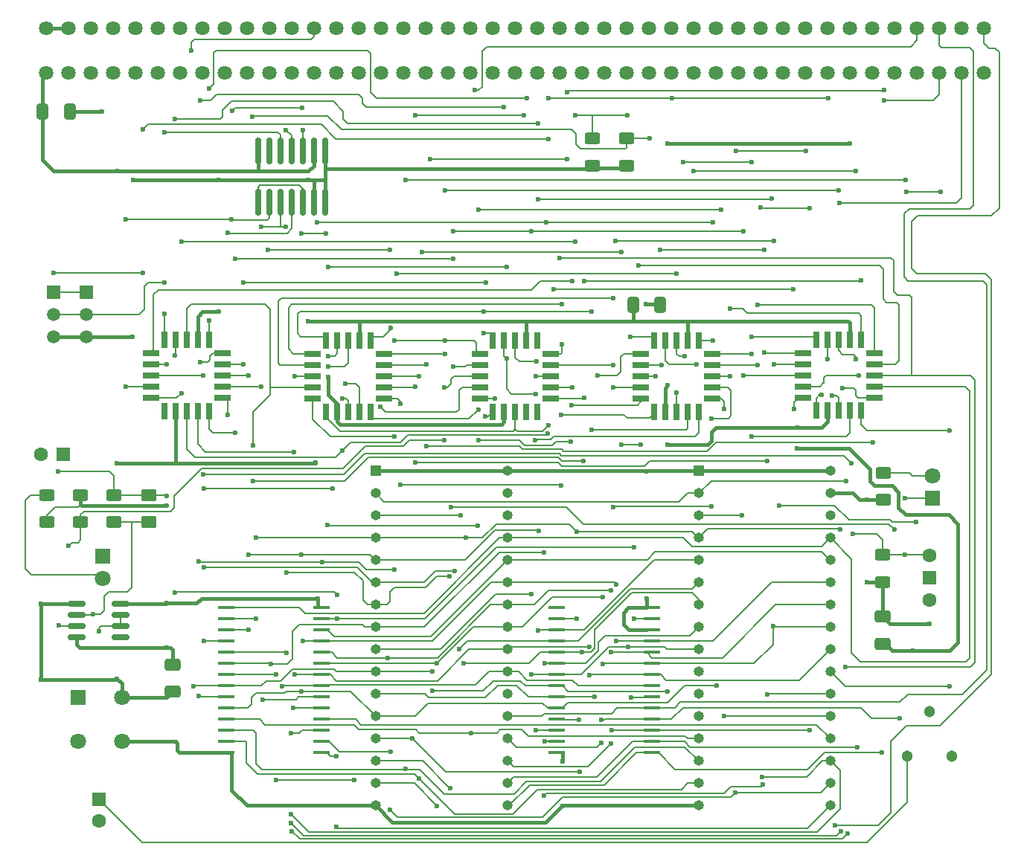
<source format=gbr>
%TF.GenerationSoftware,KiCad,Pcbnew,8.0.3*%
%TF.CreationDate,2024-09-16T15:18:28+02:00*%
%TF.ProjectId,ARIII_EPROM,41524949-495f-4455-9052-4f4d2e6b6963,rev?*%
%TF.SameCoordinates,Original*%
%TF.FileFunction,Copper,L1,Top*%
%TF.FilePolarity,Positive*%
%FSLAX46Y46*%
G04 Gerber Fmt 4.6, Leading zero omitted, Abs format (unit mm)*
G04 Created by KiCad (PCBNEW 8.0.3) date 2024-09-16 15:18:28*
%MOMM*%
%LPD*%
G01*
G04 APERTURE LIST*
G04 Aperture macros list*
%AMRoundRect*
0 Rectangle with rounded corners*
0 $1 Rounding radius*
0 $2 $3 $4 $5 $6 $7 $8 $9 X,Y pos of 4 corners*
0 Add a 4 corners polygon primitive as box body*
4,1,4,$2,$3,$4,$5,$6,$7,$8,$9,$2,$3,0*
0 Add four circle primitives for the rounded corners*
1,1,$1+$1,$2,$3*
1,1,$1+$1,$4,$5*
1,1,$1+$1,$6,$7*
1,1,$1+$1,$8,$9*
0 Add four rect primitives between the rounded corners*
20,1,$1+$1,$2,$3,$4,$5,0*
20,1,$1+$1,$4,$5,$6,$7,0*
20,1,$1+$1,$6,$7,$8,$9,0*
20,1,$1+$1,$8,$9,$2,$3,0*%
G04 Aperture macros list end*
%TA.AperFunction,ComponentPad*%
%ADD10C,1.303000*%
%TD*%
%TA.AperFunction,ComponentPad*%
%ADD11R,1.500000X1.500000*%
%TD*%
%TA.AperFunction,ComponentPad*%
%ADD12C,1.600000*%
%TD*%
%TA.AperFunction,ComponentPad*%
%ADD13C,1.500000*%
%TD*%
%TA.AperFunction,ComponentPad*%
%ADD14R,1.600000X1.600000*%
%TD*%
%TA.AperFunction,ComponentPad*%
%ADD15R,1.800000X1.800000*%
%TD*%
%TA.AperFunction,ComponentPad*%
%ADD16C,1.800000*%
%TD*%
%TA.AperFunction,SMDPad,CuDef*%
%ADD17R,0.700000X1.925000*%
%TD*%
%TA.AperFunction,SMDPad,CuDef*%
%ADD18R,1.925000X0.700000*%
%TD*%
%TA.AperFunction,SMDPad,CuDef*%
%ADD19RoundRect,0.250000X-0.625000X0.400000X-0.625000X-0.400000X0.625000X-0.400000X0.625000X0.400000X0*%
%TD*%
%TA.AperFunction,SMDPad,CuDef*%
%ADD20RoundRect,0.250000X-0.650000X0.412500X-0.650000X-0.412500X0.650000X-0.412500X0.650000X0.412500X0*%
%TD*%
%TA.AperFunction,ComponentPad*%
%ADD21C,1.635000*%
%TD*%
%TA.AperFunction,SMDPad,CuDef*%
%ADD22R,1.981200X0.457200*%
%TD*%
%TA.AperFunction,SMDPad,CuDef*%
%ADD23RoundRect,0.250000X0.412500X0.650000X-0.412500X0.650000X-0.412500X-0.650000X0.412500X-0.650000X0*%
%TD*%
%TA.AperFunction,SMDPad,CuDef*%
%ADD24RoundRect,0.150000X-0.150000X1.350000X-0.150000X-1.350000X0.150000X-1.350000X0.150000X1.350000X0*%
%TD*%
%TA.AperFunction,SMDPad,CuDef*%
%ADD25RoundRect,0.150000X-0.825000X-0.150000X0.825000X-0.150000X0.825000X0.150000X-0.825000X0.150000X0*%
%TD*%
%TA.AperFunction,SMDPad,CuDef*%
%ADD26RoundRect,0.250001X0.624999X-0.462499X0.624999X0.462499X-0.624999X0.462499X-0.624999X-0.462499X0*%
%TD*%
%TA.AperFunction,ComponentPad*%
%ADD27R,1.160000X1.160000*%
%TD*%
%TA.AperFunction,ComponentPad*%
%ADD28O,1.160000X1.160000*%
%TD*%
%TA.AperFunction,ViaPad*%
%ADD29C,0.600000*%
%TD*%
%TA.AperFunction,Conductor*%
%ADD30C,0.200000*%
%TD*%
%TA.AperFunction,Conductor*%
%ADD31C,0.400000*%
%TD*%
G04 APERTURE END LIST*
D10*
%TO.P,VR1,1,CCW*%
%TO.N,+5V*%
X191090000Y-122080000D03*
%TO.P,VR1,2,WIPER*%
X188550000Y-117000000D03*
%TO.P,VR1,3,CW*%
%TO.N,Net-(U11-DIS)*%
X186010000Y-122080000D03*
%TD*%
D11*
%TO.P,SW2,1,B*%
%TO.N,Net-(D1-K)*%
X188500000Y-101690000D03*
D12*
%TO.P,SW2,2,C*%
%TO.N,GND*%
X188500000Y-104230000D03*
%TO.P,SW2,3,A*%
%TO.N,Net-(D1-K)*%
X188500000Y-99150000D03*
%TD*%
D11*
%TO.P,Q2,1,D*%
%TO.N,/A22*%
X88900000Y-69200000D03*
D13*
%TO.P,Q2,2,G*%
%TO.N,Net-(Q1-G)*%
X88900000Y-71740000D03*
%TO.P,Q2,3,S*%
%TO.N,+5V*%
X88900000Y-74280000D03*
%TD*%
D14*
%TO.P,C1,1*%
%TO.N,Net-(U11-DIS)*%
X94000000Y-126944888D03*
D12*
%TO.P,C1,2*%
%TO.N,GND*%
X94000000Y-129444888D03*
%TD*%
D15*
%TO.P,D2,1,K*%
%TO.N,GND*%
X94450000Y-99225000D03*
D16*
%TO.P,D2,2,A*%
%TO.N,Net-(D2-A)*%
X94450000Y-101765000D03*
%TD*%
D11*
%TO.P,Q1,1,D*%
%TO.N,/A22*%
X92600000Y-69200000D03*
D13*
%TO.P,Q1,2,G*%
%TO.N,Net-(Q1-G)*%
X92600000Y-71740000D03*
%TO.P,Q1,3,S*%
%TO.N,+5V*%
X92600000Y-74280000D03*
%TD*%
D17*
%TO.P,U4,1,I1/CLK*%
%TO.N,Net-(U2-IO1)*%
X122400000Y-74697500D03*
%TO.P,U4,2,I2*%
%TO.N,Net-(U2-IO7)*%
X121130000Y-74697500D03*
%TO.P,U4,3,I3*%
%TO.N,Net-(U2-IO8)*%
X119860000Y-74697500D03*
D18*
%TO.P,U4,4,I4*%
%TO.N,Net-(U3-IO2)*%
X118347500Y-76210000D03*
%TO.P,U4,5,I5*%
%TO.N,Net-(U3-I03)*%
X118347500Y-77480000D03*
%TO.P,U4,6,I6*%
%TO.N,/~{OE}*%
X118347500Y-78750000D03*
%TO.P,U4,7,I7*%
%TO.N,/~{AS}*%
X118347500Y-80020000D03*
%TO.P,U4,8,I8*%
%TO.N,/~{UDS}*%
X118347500Y-81290000D03*
D17*
%TO.P,U4,9,I9*%
%TO.N,/~{LDS}*%
X119860000Y-82802500D03*
%TO.P,U4,10,GND*%
%TO.N,GND*%
X121130000Y-82802500D03*
%TO.P,U4,11,I10/~{OE}*%
%TO.N,Net-(U3-IO4)*%
X122400000Y-82802500D03*
%TO.P,U4,12,IO8*%
%TO.N,Net-(U4-IO8)*%
X123670000Y-82802500D03*
%TO.P,U4,13,IO7*%
%TO.N,Net-(U2-I8)*%
X124940000Y-82802500D03*
D18*
%TO.P,U4,14,IO6*%
%TO.N,Net-(U2-I9)*%
X126452500Y-81290000D03*
%TO.P,U4,15,IO5*%
%TO.N,Net-(U4-IO5)*%
X126452500Y-80020000D03*
%TO.P,U4,16,IO4*%
%TO.N,Net-(U4-IO4)*%
X126452500Y-78750000D03*
%TO.P,U4,17,I03*%
%TO.N,/D0*%
X126452500Y-77480000D03*
%TO.P,U4,18,IO2*%
%TO.N,/D1*%
X126452500Y-76210000D03*
D17*
%TO.P,U4,19,IO1*%
%TO.N,Net-(U10-~{CE})*%
X124940000Y-74697500D03*
%TO.P,U4,20,VCC*%
%TO.N,+5V*%
X123670000Y-74697500D03*
%TD*%
D15*
%TO.P,SW1,1,1*%
%TO.N,Net-(U3-I6)*%
X91677500Y-115377500D03*
D16*
%TO.P,SW1,2,2*%
%TO.N,GND*%
X96677500Y-115377500D03*
%TO.P,SW1,3,3*%
%TO.N,Net-(U3-I6)*%
X91677500Y-120377500D03*
%TO.P,SW1,4,4*%
%TO.N,GND*%
X96677500Y-120377500D03*
%TD*%
D19*
%TO.P,R3,1*%
%TO.N,Net-(D1-A)*%
X183300000Y-89750000D03*
%TO.P,R3,2*%
%TO.N,+5V*%
X183300000Y-92850000D03*
%TD*%
D20*
%TO.P,C2,1*%
%TO.N,+5V*%
X102400000Y-111587500D03*
%TO.P,C2,2*%
%TO.N,GND*%
X102400000Y-114712500D03*
%TD*%
D21*
%TO.P,CN1,1,1*%
%TO.N,GND*%
X88060000Y-39120000D03*
%TO.P,CN1,2,2*%
X88060000Y-44200000D03*
%TO.P,CN1,3,3*%
X90600000Y-39120000D03*
%TO.P,CN1,4,4*%
X90600000Y-44200000D03*
%TO.P,CN1,5,5*%
%TO.N,+5V*%
X93140000Y-39120000D03*
%TO.P,CN1,6,6*%
%TO.N,unconnected-(CN1-Pad6)*%
X93140000Y-44200000D03*
%TO.P,CN1,7,7*%
%TO.N,unconnected-(CN1-Pad7)*%
X95680000Y-39120000D03*
%TO.P,CN1,8,8*%
%TO.N,unconnected-(CN1-Pad8)*%
X95680000Y-44200000D03*
%TO.P,CN1,9,9*%
%TO.N,unconnected-(CN1-Pad9)*%
X98220000Y-39120000D03*
%TO.P,CN1,10,10*%
%TO.N,unconnected-(CN1-Pad10)*%
X98220000Y-44200000D03*
%TO.P,CN1,11,11*%
%TO.N,unconnected-(CN1-Pad11)*%
X100760000Y-39120000D03*
%TO.P,CN1,12,12*%
%TO.N,unconnected-(CN1-Pad12)*%
X100760000Y-44200000D03*
%TO.P,CN1,13,13*%
%TO.N,unconnected-(CN1-Pad13)*%
X103300000Y-39120000D03*
%TO.P,CN1,14,14*%
%TO.N,unconnected-(CN1-Pad14)*%
X103300000Y-44200000D03*
%TO.P,CN1,15,15*%
%TO.N,unconnected-(CN1-Pad15)*%
X105840000Y-39120000D03*
%TO.P,CN1,16,16*%
%TO.N,unconnected-(CN1-Pad16)*%
X105840000Y-44200000D03*
%TO.P,CN1,17,17*%
%TO.N,unconnected-(CN1-Pad17)*%
X108380000Y-39120000D03*
%TO.P,CN1,18,18*%
%TO.N,unconnected-(CN1-Pad18)*%
X108380000Y-44200000D03*
%TO.P,CN1,19,19*%
%TO.N,unconnected-(CN1-Pad19)*%
X110920000Y-39120000D03*
%TO.P,CN1,20,20*%
%TO.N,unconnected-(CN1-Pad20)*%
X110920000Y-44200000D03*
%TO.P,CN1,21,21*%
%TO.N,unconnected-(CN1-Pad21)*%
X113460000Y-39120000D03*
%TO.P,CN1,22,22*%
%TO.N,/A5*%
X113460000Y-44200000D03*
%TO.P,CN1,23,23*%
%TO.N,/A4*%
X116000000Y-39120000D03*
%TO.P,CN1,24,24*%
%TO.N,/A6*%
X116000000Y-44200000D03*
%TO.P,CN1,25,25*%
%TO.N,/A3*%
X118540000Y-39120000D03*
%TO.P,CN1,26,26*%
%TO.N,unconnected-(CN1-Pad26)*%
X118540000Y-44200000D03*
%TO.P,CN1,27,27*%
%TO.N,/A7*%
X121080000Y-39120000D03*
%TO.P,CN1,28,28*%
%TO.N,/A2*%
X121080000Y-44200000D03*
%TO.P,CN1,29,29*%
%TO.N,/A8*%
X123620000Y-39120000D03*
%TO.P,CN1,30,30*%
%TO.N,/A1*%
X123620000Y-44200000D03*
%TO.P,CN1,31,31*%
%TO.N,/A9*%
X126160000Y-39120000D03*
%TO.P,CN1,32,32*%
%TO.N,/~{FC0}*%
X126160000Y-44200000D03*
%TO.P,CN1,33,33*%
%TO.N,/A10*%
X128700000Y-39120000D03*
%TO.P,CN1,34,34*%
%TO.N,/~{FC1}*%
X128700000Y-44200000D03*
%TO.P,CN1,35,35*%
%TO.N,/A11*%
X131240000Y-39120000D03*
%TO.P,CN1,36,36*%
%TO.N,unconnected-(CN1-Pad36)*%
X131240000Y-44200000D03*
%TO.P,CN1,37,37*%
%TO.N,/A12*%
X133780000Y-39120000D03*
%TO.P,CN1,38,38*%
%TO.N,unconnected-(CN1-Pad38)*%
X133780000Y-44200000D03*
%TO.P,CN1,39,39*%
%TO.N,/~{IPL0}*%
X136320000Y-39120000D03*
%TO.P,CN1,40,40*%
%TO.N,/A13*%
X136320000Y-44200000D03*
%TO.P,CN1,41,41*%
%TO.N,/~{IPL1}*%
X138860000Y-39120000D03*
%TO.P,CN1,42,42*%
%TO.N,/A14*%
X138860000Y-44200000D03*
%TO.P,CN1,43,43*%
%TO.N,/~{IPL2}*%
X141400000Y-39120000D03*
%TO.P,CN1,44,44*%
%TO.N,/A15*%
X141400000Y-44200000D03*
%TO.P,CN1,45,45*%
%TO.N,unconnected-(CN1-Pad45)*%
X143940000Y-39120000D03*
%TO.P,CN1,46,46*%
%TO.N,/A16*%
X143940000Y-44200000D03*
%TO.P,CN1,47,47*%
%TO.N,unconnected-(CN1-Pad47)*%
X146480000Y-39120000D03*
%TO.P,CN1,48,48*%
%TO.N,/A17*%
X146480000Y-44200000D03*
%TO.P,CN1,49,49*%
%TO.N,unconnected-(CN1-Pad49)*%
X149020000Y-39120000D03*
%TO.P,CN1,50,50*%
%TO.N,unconnected-(CN1-Pad50)*%
X149020000Y-44200000D03*
%TO.P,CN1,51,51*%
%TO.N,/A18*%
X151560000Y-39120000D03*
%TO.P,CN1,52,52*%
%TO.N,unconnected-(CN1-Pad52)*%
X151560000Y-44200000D03*
%TO.P,CN1,53,53*%
%TO.N,/A19*%
X154100000Y-39120000D03*
%TO.P,CN1,54,54*%
%TO.N,/~{RST}*%
X154100000Y-44200000D03*
%TO.P,CN1,55,55*%
%TO.N,/A20*%
X156640000Y-39120000D03*
%TO.P,CN1,56,56*%
%TO.N,/~{HLT}*%
X156640000Y-44200000D03*
%TO.P,CN1,57,57*%
%TO.N,/A21*%
X159180000Y-39120000D03*
%TO.P,CN1,58,58*%
%TO.N,/A22*%
X159180000Y-44200000D03*
%TO.P,CN1,59,59*%
%TO.N,unconnected-(CN1-Pad59)*%
X161720000Y-39120000D03*
%TO.P,CN1,60,60*%
%TO.N,/A23*%
X161720000Y-44200000D03*
%TO.P,CN1,61,61*%
%TO.N,unconnected-(CN1-Pad61)*%
X164260000Y-39120000D03*
%TO.P,CN1,62,62*%
%TO.N,unconnected-(CN1-Pad62)*%
X164260000Y-44200000D03*
%TO.P,CN1,63,63*%
%TO.N,unconnected-(CN1-Pad63)*%
X166800000Y-39120000D03*
%TO.P,CN1,64,64*%
%TO.N,/D15*%
X166800000Y-44200000D03*
%TO.P,CN1,65,65*%
%TO.N,unconnected-(CN1-Pad65)*%
X169340000Y-39120000D03*
%TO.P,CN1,66,66*%
%TO.N,/D14*%
X169340000Y-44200000D03*
%TO.P,CN1,67,67*%
%TO.N,/R_W*%
X171880000Y-39120000D03*
%TO.P,CN1,68,68*%
%TO.N,/D13*%
X171880000Y-44200000D03*
%TO.P,CN1,69,69*%
%TO.N,/~{LDS}*%
X174420000Y-39120000D03*
%TO.P,CN1,70,70*%
%TO.N,/D12*%
X174420000Y-44200000D03*
%TO.P,CN1,71,71*%
%TO.N,/~{UDS}*%
X176960000Y-39120000D03*
%TO.P,CN1,72,72*%
%TO.N,/D11*%
X176960000Y-44200000D03*
%TO.P,CN1,73,73*%
%TO.N,/~{AS}*%
X179500000Y-39120000D03*
%TO.P,CN1,74,74*%
%TO.N,GND*%
X179500000Y-44200000D03*
%TO.P,CN1,75,75*%
%TO.N,/D10*%
X182040000Y-39120000D03*
%TO.P,CN1,76,76*%
%TO.N,/D0*%
X182040000Y-44200000D03*
%TO.P,CN1,77,77*%
%TO.N,/D9*%
X184580000Y-39120000D03*
%TO.P,CN1,78,78*%
%TO.N,/D1*%
X184580000Y-44200000D03*
%TO.P,CN1,79,79*%
%TO.N,/D8*%
X187120000Y-39120000D03*
%TO.P,CN1,80,80*%
%TO.N,/D2*%
X187120000Y-44200000D03*
%TO.P,CN1,81,81*%
%TO.N,/D7*%
X189660000Y-39120000D03*
%TO.P,CN1,82,82*%
%TO.N,/D3*%
X189660000Y-44200000D03*
%TO.P,CN1,83,83*%
%TO.N,/D6*%
X192200000Y-39120000D03*
%TO.P,CN1,84,84*%
%TO.N,/D4*%
X192200000Y-44200000D03*
%TO.P,CN1,85,85*%
%TO.N,/D5*%
X194740000Y-39120000D03*
%TO.P,CN1,86,86*%
%TO.N,unconnected-(CN1-Pad86)*%
X194740000Y-44200000D03*
%TD*%
D22*
%TO.P,U8,1*%
%TO.N,unconnected-(U8-Pad1)*%
X146127100Y-105140000D03*
%TO.P,U8,2,A12*%
%TO.N,/A13*%
X146127100Y-106410000D03*
%TO.P,U8,3,A7*%
%TO.N,/A8*%
X146127100Y-107680000D03*
%TO.P,U8,4,A6*%
%TO.N,/A7*%
X146127100Y-108950000D03*
%TO.P,U8,5,A5*%
%TO.N,/A6*%
X146127100Y-110220000D03*
%TO.P,U8,6,A4*%
%TO.N,/A5*%
X146127100Y-111490000D03*
%TO.P,U8,7,A3*%
%TO.N,/A4*%
X146127100Y-112760000D03*
%TO.P,U8,8,A2*%
%TO.N,/A3*%
X146127100Y-114030000D03*
%TO.P,U8,9,A1*%
%TO.N,/A2*%
X146127100Y-115300000D03*
%TO.P,U8,10,A0*%
%TO.N,/A1*%
X146127100Y-116570000D03*
%TO.P,U8,11,I/O0*%
%TO.N,/D0*%
X146127100Y-117840000D03*
%TO.P,U8,12,I/O1*%
%TO.N,/D1*%
X146127100Y-119110000D03*
%TO.P,U8,13,I/O2*%
%TO.N,/D2*%
X146127100Y-120380000D03*
%TO.P,U8,14,GND*%
%TO.N,GND*%
X146127100Y-121650000D03*
%TO.P,U8,15,I/O3*%
%TO.N,/D3*%
X156972900Y-121650000D03*
%TO.P,U8,16,I/O4*%
%TO.N,/D4*%
X156972900Y-120380000D03*
%TO.P,U8,17,I/O5*%
%TO.N,/D5*%
X156972900Y-119110000D03*
%TO.P,U8,18,I/O6*%
%TO.N,/D6*%
X156972900Y-117840000D03*
%TO.P,U8,19,I/O7*%
%TO.N,/D7*%
X156972900Y-116570000D03*
%TO.P,U8,20,~{CE}*%
%TO.N,Net-(U4-IO4)*%
X156972900Y-115300000D03*
%TO.P,U8,21,A10*%
%TO.N,/A11*%
X156972900Y-114030000D03*
%TO.P,U8,22,~{OE}*%
%TO.N,/~{OE}*%
X156972900Y-112760000D03*
%TO.P,U8,23,A11*%
%TO.N,/A12*%
X156972900Y-111490000D03*
%TO.P,U8,24,A9*%
%TO.N,/A10*%
X156972900Y-110220000D03*
%TO.P,U8,25,A8*%
%TO.N,/A9*%
X156972900Y-108950000D03*
%TO.P,U8,26,CE*%
%TO.N,+5V*%
X156972900Y-107680000D03*
%TO.P,U8,27,~{WE}*%
%TO.N,/R_W*%
X156972900Y-106410000D03*
%TO.P,U8,28,VDD*%
%TO.N,+5V*%
X156972900Y-105140000D03*
%TD*%
D19*
%TO.P,R1,1*%
%TO.N,/~{HLT}*%
X154050000Y-51700000D03*
%TO.P,R1,2*%
%TO.N,+5V*%
X154050000Y-54800000D03*
%TD*%
D23*
%TO.P,C4,1*%
%TO.N,GND*%
X157912500Y-70650000D03*
%TO.P,C4,2*%
%TO.N,+5V*%
X154787500Y-70650000D03*
%TD*%
D19*
%TO.P,R6,1*%
%TO.N,+5V*%
X91950000Y-92300000D03*
%TO.P,R6,2*%
%TO.N,Net-(U3-I6)*%
X91950000Y-95400000D03*
%TD*%
D14*
%TO.P,C6,1*%
%TO.N,Net-(D3-K)*%
X89950000Y-87650000D03*
D12*
%TO.P,C6,2*%
%TO.N,GND*%
X87450000Y-87650000D03*
%TD*%
D17*
%TO.P,U3,1,I1/CLK*%
%TO.N,Net-(U2-IO1)*%
X141400000Y-74697500D03*
%TO.P,U3,2,I2*%
%TO.N,Net-(U2-IO7)*%
X140130000Y-74697500D03*
%TO.P,U3,3,I3*%
%TO.N,Net-(U2-IO8)*%
X138860000Y-74697500D03*
D18*
%TO.P,U3,4,I4*%
%TO.N,/~{UDS}*%
X137347500Y-76210000D03*
%TO.P,U3,5,I5*%
%TO.N,Net-(U3-I5)*%
X137347500Y-77480000D03*
%TO.P,U3,6,I6*%
%TO.N,Net-(U3-I6)*%
X137347500Y-78750000D03*
%TO.P,U3,7,I7*%
%TO.N,/~{FC0}*%
X137347500Y-80020000D03*
%TO.P,U3,8,I8*%
%TO.N,Net-(U2-IO6)*%
X137347500Y-81290000D03*
D17*
%TO.P,U3,9,I9*%
%TO.N,/~{OE}*%
X138860000Y-82802500D03*
%TO.P,U3,10,GND*%
%TO.N,GND*%
X140130000Y-82802500D03*
%TO.P,U3,11,I10/~{OE}*%
%TO.N,/~{LDS}*%
X141400000Y-82802500D03*
%TO.P,U3,12,IO8*%
%TO.N,unconnected-(U3-IO8-Pad12)*%
X142670000Y-82802500D03*
%TO.P,U3,13,IO7*%
%TO.N,unconnected-(U3-IO7-Pad13)*%
X143940000Y-82802500D03*
D18*
%TO.P,U3,14,IO6*%
%TO.N,/~{AS}*%
X145452500Y-81290000D03*
%TO.P,U3,15,IO5*%
%TO.N,Net-(U3-IO5)*%
X145452500Y-80020000D03*
%TO.P,U3,16,IO4*%
%TO.N,Net-(U3-IO4)*%
X145452500Y-78750000D03*
%TO.P,U3,17,I03*%
%TO.N,Net-(U3-I03)*%
X145452500Y-77480000D03*
%TO.P,U3,18,IO2*%
%TO.N,Net-(U3-IO2)*%
X145452500Y-76210000D03*
D17*
%TO.P,U3,19,IO1*%
%TO.N,unconnected-(U3-IO1-Pad19)*%
X143940000Y-74697500D03*
%TO.P,U3,20,VCC*%
%TO.N,+5V*%
X142670000Y-74697500D03*
%TD*%
D15*
%TO.P,D1,1,K*%
%TO.N,Net-(D1-K)*%
X188850000Y-92700000D03*
D16*
%TO.P,D1,2,A*%
%TO.N,Net-(D1-A)*%
X188850000Y-90160000D03*
%TD*%
D17*
%TO.P,U1,1,I1/CLK*%
%TO.N,/A23*%
X178200000Y-74597500D03*
%TO.P,U1,2,I2*%
%TO.N,/A22*%
X176930000Y-74597500D03*
%TO.P,U1,3,I3*%
%TO.N,/A21*%
X175660000Y-74597500D03*
D18*
%TO.P,U1,4,I4*%
%TO.N,/A20*%
X174147500Y-76110000D03*
%TO.P,U1,5,I5*%
%TO.N,/A18*%
X174147500Y-77380000D03*
%TO.P,U1,6,I6*%
%TO.N,/A16*%
X174147500Y-78650000D03*
%TO.P,U1,7,I7*%
%TO.N,/A14*%
X174147500Y-79920000D03*
%TO.P,U1,8,I8*%
%TO.N,/A12*%
X174147500Y-81190000D03*
D17*
%TO.P,U1,9,I9*%
%TO.N,/A10*%
X175660000Y-82702500D03*
%TO.P,U1,10,GND*%
%TO.N,GND*%
X176930000Y-82702500D03*
%TO.P,U1,11,I10/~{OE}*%
%TO.N,/A9*%
X178200000Y-82702500D03*
%TO.P,U1,12,IO8*%
%TO.N,Net-(U1-IO8)*%
X179470000Y-82702500D03*
%TO.P,U1,13,IO7*%
%TO.N,/A11*%
X180740000Y-82702500D03*
D18*
%TO.P,U1,14,IO6*%
%TO.N,/A13*%
X182252500Y-81190000D03*
%TO.P,U1,15,IO5*%
%TO.N,/A15*%
X182252500Y-79920000D03*
%TO.P,U1,16,IO4*%
%TO.N,/A17*%
X182252500Y-78650000D03*
%TO.P,U1,17,I03*%
%TO.N,/A19*%
X182252500Y-77380000D03*
%TO.P,U1,18,IO2*%
%TO.N,Net-(U1-IO2)*%
X182252500Y-76110000D03*
D17*
%TO.P,U1,19,IO1*%
%TO.N,Net-(U1-IO1)*%
X180740000Y-74597500D03*
%TO.P,U1,20,VCC*%
%TO.N,+5V*%
X179470000Y-74597500D03*
%TD*%
%TO.P,U5,1,I1/CLK*%
%TO.N,/~{AS}*%
X104000000Y-74647500D03*
%TO.P,U5,2,I2*%
%TO.N,/R_W*%
X102730000Y-74647500D03*
%TO.P,U5,3,I3*%
%TO.N,Net-(Q1-G)*%
X101460000Y-74647500D03*
D18*
%TO.P,U5,4,I4*%
%TO.N,Net-(U3-IO5)*%
X99947500Y-76160000D03*
%TO.P,U5,5,I5*%
%TO.N,Net-(D3-A)*%
X99947500Y-77430000D03*
%TO.P,U5,6,I6*%
%TO.N,Net-(D1-K)*%
X99947500Y-78700000D03*
%TO.P,U5,7,I7*%
%TO.N,Net-(U5-I7)*%
X99947500Y-79970000D03*
%TO.P,U5,8,I8*%
%TO.N,/~{RST}*%
X99947500Y-81240000D03*
D17*
%TO.P,U5,9,I9*%
%TO.N,unconnected-(U5-I9-Pad9)*%
X101460000Y-82752500D03*
%TO.P,U5,10,GND*%
%TO.N,GND*%
X102730000Y-82752500D03*
%TO.P,U5,11,I10/~{OE}*%
%TO.N,Net-(U3-IO4)*%
X104000000Y-82752500D03*
%TO.P,U5,12,IO8*%
%TO.N,/~{OE}*%
X105270000Y-82752500D03*
%TO.P,U5,13,IO7*%
%TO.N,Net-(U3-I5)*%
X106540000Y-82752500D03*
D18*
%TO.P,U5,14,IO6*%
%TO.N,Net-(U5-IO6)*%
X108052500Y-81240000D03*
%TO.P,U5,15,IO5*%
%TO.N,Net-(U5-IO5)*%
X108052500Y-79970000D03*
%TO.P,U5,16,IO4*%
%TO.N,/~{HLT}*%
X108052500Y-78700000D03*
%TO.P,U5,17,I03*%
%TO.N,/~{IPL0}*%
X108052500Y-77430000D03*
%TO.P,U5,18,IO2*%
%TO.N,/~{IPL1}*%
X108052500Y-76160000D03*
D17*
%TO.P,U5,19,IO1*%
%TO.N,/~{IPL2}*%
X106540000Y-74647500D03*
%TO.P,U5,20,VCC*%
%TO.N,+5V*%
X105270000Y-74647500D03*
%TD*%
D20*
%TO.P,C3,1*%
%TO.N,+5V*%
X183200000Y-106137500D03*
%TO.P,C3,2*%
%TO.N,GND*%
X183200000Y-109262500D03*
%TD*%
D24*
%TO.P,U6,1,~{R}*%
%TO.N,+5V*%
X119760000Y-53100000D03*
%TO.P,U6,2,D*%
%TO.N,GND*%
X118490000Y-53100000D03*
%TO.P,U6,3,C*%
%TO.N,Net-(U5-I7)*%
X117220000Y-53100000D03*
%TO.P,U6,4,~{S}*%
%TO.N,Net-(U5-IO5)*%
X115950000Y-53100000D03*
%TO.P,U6,5,Q*%
%TO.N,Net-(Q1-G)*%
X114680000Y-53100000D03*
%TO.P,U6,6,~{Q}*%
%TO.N,unconnected-(U6A-~{Q}-Pad6)*%
X113410000Y-53100000D03*
%TO.P,U6,7,GND*%
%TO.N,GND*%
X112140000Y-53100000D03*
%TO.P,U6,8,~{Q}*%
%TO.N,Net-(U6B-D)*%
X112140000Y-59000000D03*
%TO.P,U6,9,Q*%
%TO.N,Net-(U5-I7)*%
X113410000Y-59000000D03*
%TO.P,U6,10,~{S}*%
%TO.N,Net-(U5-IO5)*%
X114680000Y-59000000D03*
%TO.P,U6,11,C*%
%TO.N,Net-(U5-IO6)*%
X115950000Y-59000000D03*
%TO.P,U6,12,D*%
%TO.N,Net-(U6B-D)*%
X117220000Y-59000000D03*
%TO.P,U6,13,~{R}*%
%TO.N,+5V*%
X118490000Y-59000000D03*
%TO.P,U6,14,VCC*%
X119760000Y-59000000D03*
%TD*%
D25*
%TO.P,U11,1,GND*%
%TO.N,GND*%
X91525000Y-104645000D03*
%TO.P,U11,2,TR*%
%TO.N,Net-(D3-K)*%
X91525000Y-105915000D03*
%TO.P,U11,3,Q*%
%TO.N,Net-(D3-A)*%
X91525000Y-107185000D03*
%TO.P,U11,4,R*%
%TO.N,+5V*%
X91525000Y-108455000D03*
%TO.P,U11,5,CV*%
%TO.N,unconnected-(U11-CV-Pad5)*%
X96475000Y-108455000D03*
%TO.P,U11,6,THR*%
%TO.N,Net-(U11-DIS)*%
X96475000Y-107185000D03*
%TO.P,U11,7,DIS*%
X96475000Y-105915000D03*
%TO.P,U11,8,VCC*%
%TO.N,+5V*%
X96475000Y-104645000D03*
%TD*%
D19*
%TO.P,R7,1*%
%TO.N,Net-(D2-A)*%
X88100000Y-92300000D03*
%TO.P,R7,2*%
%TO.N,+5V*%
X88100000Y-95400000D03*
%TD*%
D26*
%TO.P,D3,1,K*%
%TO.N,Net-(D3-K)*%
X99700000Y-95337500D03*
%TO.P,D3,2,A*%
%TO.N,Net-(D3-A)*%
X99700000Y-92362500D03*
%TD*%
D27*
%TO.P,U7,1,VPP*%
%TO.N,+5V*%
X125505000Y-89550000D03*
D28*
%TO.P,U7,2,A16*%
%TO.N,/A17*%
X125505000Y-92090000D03*
%TO.P,U7,3,A15*%
%TO.N,/A16*%
X125505000Y-94630000D03*
%TO.P,U7,4,A12*%
%TO.N,/A13*%
X125505000Y-97170000D03*
%TO.P,U7,5,A7*%
%TO.N,/A8*%
X125505000Y-99710000D03*
%TO.P,U7,6,A6*%
%TO.N,/A7*%
X125505000Y-102250000D03*
%TO.P,U7,7,A5*%
%TO.N,/A6*%
X125505000Y-104790000D03*
%TO.P,U7,8,A4*%
%TO.N,/A5*%
X125505000Y-107330000D03*
%TO.P,U7,9,A3*%
%TO.N,/A4*%
X125505000Y-109870000D03*
%TO.P,U7,10,A2*%
%TO.N,/A3*%
X125505000Y-112410000D03*
%TO.P,U7,11,A1*%
%TO.N,/A2*%
X125505000Y-114950000D03*
%TO.P,U7,12,A0*%
%TO.N,/A1*%
X125505000Y-117490000D03*
%TO.P,U7,13,Q0*%
%TO.N,/D0*%
X125505000Y-120030000D03*
%TO.P,U7,14,Q1*%
%TO.N,/D1*%
X125505000Y-122570000D03*
%TO.P,U7,15,Q2*%
%TO.N,/D2*%
X125505000Y-125110000D03*
%TO.P,U7,16,VSS*%
%TO.N,GND*%
X125505000Y-127650000D03*
%TO.P,U7,17,Q3*%
%TO.N,/D3*%
X140505000Y-127650000D03*
%TO.P,U7,18,Q4*%
%TO.N,/D4*%
X140505000Y-125110000D03*
%TO.P,U7,19,Q5*%
%TO.N,/D5*%
X140505000Y-122570000D03*
%TO.P,U7,20,Q6*%
%TO.N,/D6*%
X140505000Y-120030000D03*
%TO.P,U7,21,Q7*%
%TO.N,/D7*%
X140505000Y-117490000D03*
%TO.P,U7,22,~{E}*%
%TO.N,Net-(U4-IO8)*%
X140505000Y-114950000D03*
%TO.P,U7,23,A10*%
%TO.N,/A11*%
X140505000Y-112410000D03*
%TO.P,U7,24,~{G}*%
%TO.N,/~{OE}*%
X140505000Y-109870000D03*
%TO.P,U7,25,A11*%
%TO.N,/A12*%
X140505000Y-107330000D03*
%TO.P,U7,26,A9*%
%TO.N,/A10*%
X140505000Y-104790000D03*
%TO.P,U7,27,A8*%
%TO.N,/A9*%
X140505000Y-102250000D03*
%TO.P,U7,28,A13*%
%TO.N,/A14*%
X140505000Y-99710000D03*
%TO.P,U7,29,A14*%
%TO.N,/A15*%
X140505000Y-97170000D03*
%TO.P,U7,30,NC*%
%TO.N,unconnected-(U7-NC-Pad30)*%
X140505000Y-94630000D03*
%TO.P,U7,31,~{P}*%
%TO.N,+5V*%
X140505000Y-92090000D03*
%TO.P,U7,32,VCC*%
X140505000Y-89550000D03*
%TD*%
D19*
%TO.P,R4,1*%
%TO.N,Net-(D1-K)*%
X183200000Y-99100000D03*
%TO.P,R4,2*%
%TO.N,+5V*%
X183200000Y-102200000D03*
%TD*%
%TO.P,R2,1*%
%TO.N,/~{RST}*%
X150150000Y-51700000D03*
%TO.P,R2,2*%
%TO.N,+5V*%
X150150000Y-54800000D03*
%TD*%
D17*
%TO.P,U2,1,I1/CLK*%
%TO.N,/A8*%
X159750000Y-74697500D03*
%TO.P,U2,2,I2*%
%TO.N,/A7*%
X158480000Y-74697500D03*
%TO.P,U2,3,I3*%
%TO.N,/A4*%
X157210000Y-74697500D03*
D18*
%TO.P,U2,4,I4*%
%TO.N,/A6*%
X155697500Y-76210000D03*
%TO.P,U2,5,I5*%
%TO.N,/A5*%
X155697500Y-77480000D03*
%TO.P,U2,6,I6*%
%TO.N,/A3*%
X155697500Y-78750000D03*
%TO.P,U2,7,I7*%
%TO.N,/A2*%
X155697500Y-80020000D03*
%TO.P,U2,8,I8*%
%TO.N,Net-(U2-I8)*%
X155697500Y-81290000D03*
D17*
%TO.P,U2,9,I9*%
%TO.N,Net-(U2-I9)*%
X157210000Y-82802500D03*
%TO.P,U2,10,GND*%
%TO.N,GND*%
X158480000Y-82802500D03*
%TO.P,U2,11,I10/~{OE}*%
%TO.N,/~{FC1}*%
X159750000Y-82802500D03*
%TO.P,U2,12,IO8*%
%TO.N,Net-(U2-IO8)*%
X161020000Y-82802500D03*
%TO.P,U2,13,IO7*%
%TO.N,Net-(U2-IO7)*%
X162290000Y-82802500D03*
D18*
%TO.P,U2,14,IO6*%
%TO.N,Net-(U2-IO6)*%
X163802500Y-81290000D03*
%TO.P,U2,15,IO5*%
%TO.N,/A1*%
X163802500Y-80020000D03*
%TO.P,U2,16,IO4*%
%TO.N,Net-(U1-IO1)*%
X163802500Y-78750000D03*
%TO.P,U2,17,I03*%
%TO.N,Net-(U1-IO2)*%
X163802500Y-77480000D03*
%TO.P,U2,18,IO2*%
%TO.N,Net-(U1-IO8)*%
X163802500Y-76210000D03*
D17*
%TO.P,U2,19,IO1*%
%TO.N,Net-(U2-IO1)*%
X162290000Y-74697500D03*
%TO.P,U2,20,VCC*%
%TO.N,+5V*%
X161020000Y-74697500D03*
%TD*%
D23*
%TO.P,C5,1*%
%TO.N,+5V*%
X90712500Y-48600000D03*
%TO.P,C5,2*%
%TO.N,GND*%
X87587500Y-48600000D03*
%TD*%
D22*
%TO.P,U10,1,A14*%
%TO.N,/A15*%
X108477100Y-105145000D03*
%TO.P,U10,2,A12*%
%TO.N,/A13*%
X108477100Y-106415000D03*
%TO.P,U10,3,A7*%
%TO.N,/A8*%
X108477100Y-107685000D03*
%TO.P,U10,4,A6*%
%TO.N,/A7*%
X108477100Y-108955000D03*
%TO.P,U10,5,A5*%
%TO.N,/A6*%
X108477100Y-110225000D03*
%TO.P,U10,6,A4*%
%TO.N,/A5*%
X108477100Y-111495000D03*
%TO.P,U10,7,A3*%
%TO.N,/A4*%
X108477100Y-112765000D03*
%TO.P,U10,8,A2*%
%TO.N,/A3*%
X108477100Y-114035000D03*
%TO.P,U10,9,A1*%
%TO.N,/A2*%
X108477100Y-115305000D03*
%TO.P,U10,10,A0*%
%TO.N,/A1*%
X108477100Y-116575000D03*
%TO.P,U10,11,I/O0*%
%TO.N,/D8*%
X108477100Y-117845000D03*
%TO.P,U10,12,I/O1*%
%TO.N,/D9*%
X108477100Y-119115000D03*
%TO.P,U10,13,I/O2*%
%TO.N,/D10*%
X108477100Y-120385000D03*
%TO.P,U10,14,GND*%
%TO.N,GND*%
X108477100Y-121655000D03*
%TO.P,U10,15,I/O3*%
%TO.N,/D11*%
X119322900Y-121655000D03*
%TO.P,U10,16,I/O4*%
%TO.N,/D12*%
X119322900Y-120385000D03*
%TO.P,U10,17,I/O5*%
%TO.N,/D13*%
X119322900Y-119115000D03*
%TO.P,U10,18,I/O6*%
%TO.N,/D14*%
X119322900Y-117845000D03*
%TO.P,U10,19,I/O7*%
%TO.N,/D15*%
X119322900Y-116575000D03*
%TO.P,U10,20,~{CE}*%
%TO.N,Net-(U10-~{CE})*%
X119322900Y-115305000D03*
%TO.P,U10,21,A10*%
%TO.N,/A11*%
X119322900Y-114035000D03*
%TO.P,U10,22,~{OE}*%
%TO.N,/~{OE}*%
X119322900Y-112765000D03*
%TO.P,U10,23,A11*%
%TO.N,/A12*%
X119322900Y-111495000D03*
%TO.P,U10,24,A9*%
%TO.N,/A10*%
X119322900Y-110225000D03*
%TO.P,U10,25,A8*%
%TO.N,/A9*%
X119322900Y-108955000D03*
%TO.P,U10,26,A13*%
%TO.N,/A14*%
X119322900Y-107685000D03*
%TO.P,U10,27,~{WE}*%
%TO.N,/R_W*%
X119322900Y-106415000D03*
%TO.P,U10,28,VDD*%
%TO.N,+5V*%
X119322900Y-105145000D03*
%TD*%
D19*
%TO.P,R5,1*%
%TO.N,Net-(D3-A)*%
X95750000Y-92300000D03*
%TO.P,R5,2*%
%TO.N,Net-(D3-K)*%
X95750000Y-95400000D03*
%TD*%
D27*
%TO.P,U9,1,VPP*%
%TO.N,+5V*%
X162255000Y-89550000D03*
D28*
%TO.P,U9,2,A16*%
%TO.N,/A17*%
X162255000Y-92090000D03*
%TO.P,U9,3,A15*%
%TO.N,/A16*%
X162255000Y-94630000D03*
%TO.P,U9,4,A12*%
%TO.N,/A13*%
X162255000Y-97170000D03*
%TO.P,U9,5,A7*%
%TO.N,/A8*%
X162255000Y-99710000D03*
%TO.P,U9,6,A6*%
%TO.N,/A7*%
X162255000Y-102250000D03*
%TO.P,U9,7,A5*%
%TO.N,/A6*%
X162255000Y-104790000D03*
%TO.P,U9,8,A4*%
%TO.N,/A5*%
X162255000Y-107330000D03*
%TO.P,U9,9,A3*%
%TO.N,/A4*%
X162255000Y-109870000D03*
%TO.P,U9,10,A2*%
%TO.N,/A3*%
X162255000Y-112410000D03*
%TO.P,U9,11,A1*%
%TO.N,/A2*%
X162255000Y-114950000D03*
%TO.P,U9,12,A0*%
%TO.N,/A1*%
X162255000Y-117490000D03*
%TO.P,U9,13,Q0*%
%TO.N,/D8*%
X162255000Y-120030000D03*
%TO.P,U9,14,Q1*%
%TO.N,/D9*%
X162255000Y-122570000D03*
%TO.P,U9,15,Q2*%
%TO.N,/D10*%
X162255000Y-125110000D03*
%TO.P,U9,16,VSS*%
%TO.N,GND*%
X162255000Y-127650000D03*
%TO.P,U9,17,Q3*%
%TO.N,/D11*%
X177255000Y-127650000D03*
%TO.P,U9,18,Q4*%
%TO.N,/D12*%
X177255000Y-125110000D03*
%TO.P,U9,19,Q5*%
%TO.N,/D13*%
X177255000Y-122570000D03*
%TO.P,U9,20,Q6*%
%TO.N,/D14*%
X177255000Y-120030000D03*
%TO.P,U9,21,Q7*%
%TO.N,/D15*%
X177255000Y-117490000D03*
%TO.P,U9,22,~{E}*%
%TO.N,Net-(U4-IO5)*%
X177255000Y-114950000D03*
%TO.P,U9,23,A10*%
%TO.N,/A11*%
X177255000Y-112410000D03*
%TO.P,U9,24,~{G}*%
%TO.N,/~{OE}*%
X177255000Y-109870000D03*
%TO.P,U9,25,A11*%
%TO.N,/A12*%
X177255000Y-107330000D03*
%TO.P,U9,26,A9*%
%TO.N,/A10*%
X177255000Y-104790000D03*
%TO.P,U9,27,A8*%
%TO.N,/A9*%
X177255000Y-102250000D03*
%TO.P,U9,28,A13*%
%TO.N,/A14*%
X177255000Y-99710000D03*
%TO.P,U9,29,A14*%
%TO.N,/A15*%
X177255000Y-97170000D03*
%TO.P,U9,30,NC*%
%TO.N,unconnected-(U9-NC-Pad30)*%
X177255000Y-94630000D03*
%TO.P,U9,31,~{P}*%
%TO.N,+5V*%
X177255000Y-92090000D03*
%TO.P,U9,32,VCC*%
X177255000Y-89550000D03*
%TD*%
D29*
%TO.N,Net-(U3-I6)*%
X133300000Y-80050000D03*
X133300000Y-86075000D03*
X90600000Y-98100000D03*
%TO.N,Net-(U10-~{CE})*%
X127200000Y-73300000D03*
X113250000Y-64400000D03*
X127150000Y-64400000D03*
X112700000Y-115600000D03*
%TO.N,Net-(U2-IO1)*%
X118850000Y-61250000D03*
X163850000Y-61250000D03*
X163850000Y-74700000D03*
X143800000Y-77100000D03*
X120100000Y-77650000D03*
X144900000Y-61250000D03*
%TO.N,/A5*%
X144679200Y-98825000D03*
X113600000Y-111500000D03*
X144729200Y-111475000D03*
X158025000Y-77525000D03*
%TO.N,/A8*%
X144018000Y-107696000D03*
X117050000Y-62500000D03*
X160650000Y-76500000D03*
X117075000Y-99075000D03*
X144043400Y-96372200D03*
X119850000Y-62500000D03*
X111050000Y-99075000D03*
X111050000Y-107685000D03*
%TO.N,/~{IPL2}*%
X106550000Y-46050000D03*
X106550000Y-72450000D03*
X142700000Y-47150000D03*
%TO.N,GND*%
X158750000Y-86550000D03*
X158750000Y-79800000D03*
X179500000Y-52250000D03*
X186650000Y-110000000D03*
X96113600Y-55422800D03*
X120100000Y-78850000D03*
X96100000Y-113200000D03*
X87450000Y-104650000D03*
X146750000Y-122600000D03*
X173450000Y-87000000D03*
X87400000Y-113300000D03*
X156300000Y-70600000D03*
X96100000Y-88700000D03*
X158750000Y-52250000D03*
X173500000Y-84650000D03*
X146750000Y-127675000D03*
X118700000Y-88600000D03*
%TO.N,+5V*%
X188550000Y-106950000D03*
X107650000Y-71450000D03*
X156350000Y-89600000D03*
X181400000Y-92850000D03*
X97950000Y-56400000D03*
X94400000Y-48650000D03*
X181400000Y-102200000D03*
X101700000Y-104600000D03*
X117850000Y-72500000D03*
X101750000Y-93550000D03*
X117800000Y-56400000D03*
X118950000Y-104050000D03*
X156350000Y-104125000D03*
X97880000Y-74280000D03*
X107650000Y-56400000D03*
X101700000Y-109700000D03*
%TO.N,/~{OE}*%
X116250000Y-87375000D03*
X149800000Y-112850000D03*
X149800000Y-109575000D03*
X116300000Y-112765000D03*
X116300000Y-78750000D03*
X137950000Y-83375000D03*
%TO.N,Net-(U4-IO4)*%
X153500000Y-64600000D03*
X154575000Y-115325000D03*
X130750000Y-64600000D03*
X130400000Y-78750000D03*
X155700000Y-86600000D03*
X153500000Y-86600000D03*
%TO.N,Net-(U4-IO5)*%
X130000000Y-80000000D03*
X170050000Y-88425000D03*
X130025000Y-88575000D03*
X170100000Y-115000000D03*
%TO.N,/A1*%
X117100000Y-114635000D03*
X164350000Y-114000000D03*
X163750000Y-83600000D03*
%TO.N,Net-(U4-IO8)*%
X120025000Y-95750000D03*
X137150000Y-95800000D03*
X122050000Y-79650000D03*
%TO.N,/A16*%
X167350000Y-78650000D03*
X167350000Y-62300000D03*
X143250000Y-62300000D03*
X167175000Y-94575000D03*
X134300000Y-62300000D03*
X135150000Y-94625000D03*
%TO.N,Net-(U2-I8)*%
X137175000Y-86025000D03*
X137175000Y-82600000D03*
X147800000Y-82050000D03*
X147725000Y-86250000D03*
%TO.N,Net-(U2-I9)*%
X146625000Y-91200000D03*
X146650000Y-83150000D03*
X128350000Y-91175000D03*
X128350000Y-81950000D03*
%TO.N,Net-(U3-IO4)*%
X145125000Y-85325000D03*
X121725735Y-87200735D03*
X121700000Y-81300000D03*
X143750000Y-78750000D03*
%TO.N,/A9*%
X152900000Y-102450000D03*
X117275000Y-108950000D03*
X177400000Y-80950000D03*
X152900000Y-108950000D03*
%TO.N,Net-(U2-IO7)*%
X120100000Y-76450000D03*
X140400000Y-66350000D03*
X143675000Y-86025000D03*
X140400000Y-76750000D03*
X143700000Y-80800000D03*
X120100000Y-66350000D03*
%TO.N,Net-(U2-IO8)*%
X150100000Y-71450000D03*
X137800000Y-73900000D03*
X150100000Y-84900000D03*
X137800000Y-71450000D03*
%TO.N,Net-(U3-IO2)*%
X146700000Y-70600000D03*
X146700000Y-75100000D03*
%TO.N,Net-(U3-I03)*%
X152500000Y-77500000D03*
X152550000Y-69850000D03*
%TO.N,Net-(U3-I5)*%
X134350000Y-77700000D03*
X109500000Y-85200000D03*
X134350000Y-65400000D03*
X109500000Y-65400000D03*
%TO.N,Net-(U2-IO6)*%
X137200000Y-59850000D03*
X139100000Y-81275000D03*
X164850000Y-59850000D03*
X165175000Y-82525000D03*
%TO.N,Net-(U3-IO5)*%
X147850000Y-80020000D03*
X147850000Y-67950000D03*
%TO.N,/~{FC0}*%
X126050000Y-82275000D03*
%TO.N,/A17*%
X178950000Y-111850000D03*
X146450000Y-65300000D03*
X179025000Y-90675000D03*
%TO.N,Net-(U1-IO8)*%
X168250000Y-76200000D03*
X168250000Y-85600000D03*
%TO.N,Net-(U1-IO2)*%
X169000000Y-77500000D03*
X169000000Y-70650000D03*
%TO.N,/A18*%
X170800000Y-77400000D03*
X170800000Y-63400000D03*
X152800000Y-63350000D03*
%TO.N,Net-(U1-IO1)*%
X165850000Y-71050000D03*
X165850000Y-78750000D03*
%TO.N,Net-(Q1-G)*%
X101450000Y-51003200D03*
X101450000Y-71700000D03*
X101450000Y-68100000D03*
%TO.N,Net-(D1-K)*%
X185750000Y-99100000D03*
X179625000Y-88650000D03*
X179775000Y-96700000D03*
X185750000Y-92700000D03*
X105900000Y-78700000D03*
X105900000Y-89950000D03*
%TO.N,/A19*%
X155400000Y-66200000D03*
%TO.N,/A10*%
X152275000Y-103150000D03*
X126900000Y-110825000D03*
X176225000Y-80925000D03*
X152275000Y-110225000D03*
%TO.N,/~{FC1}*%
X159750000Y-67050000D03*
X127900000Y-67050000D03*
X159750000Y-80650000D03*
%TO.N,Net-(U5-I7)*%
X97050000Y-60909200D03*
X117200000Y-50749200D03*
X117170200Y-48183800D03*
X109143800Y-60909200D03*
X109169200Y-48564800D03*
X97050000Y-80000000D03*
%TO.N,Net-(U5-IO5)*%
X112500000Y-79950000D03*
X112500000Y-61722000D03*
X115300000Y-61738000D03*
X115290600Y-50714200D03*
%TO.N,Net-(U5-IO6)*%
X108700000Y-62458600D03*
X108700000Y-83150000D03*
%TO.N,/A11*%
X116000735Y-130599265D03*
X114826098Y-114041422D03*
X179250000Y-130825000D03*
X130000000Y-49100000D03*
X142400000Y-49100000D03*
X190850000Y-114100000D03*
X190850000Y-84950000D03*
%TO.N,/A12*%
X151325000Y-111500000D03*
X151350000Y-103900000D03*
X173100000Y-82500000D03*
X170725000Y-107250000D03*
X132500000Y-111475000D03*
%TO.N,/~{IPL0}*%
X138050000Y-68100000D03*
X110450000Y-77450000D03*
X110450000Y-68150000D03*
%TO.N,/~{RST}*%
X103400000Y-63450000D03*
X148250000Y-63450000D03*
X148250000Y-49100000D03*
X103400000Y-80700000D03*
X154150000Y-49050000D03*
%TO.N,/A13*%
X178600000Y-80100000D03*
X111900000Y-106400000D03*
X178350000Y-96200000D03*
X148400000Y-96450000D03*
X148400000Y-106400000D03*
X111900000Y-97150000D03*
X135750000Y-97175000D03*
%TO.N,/A20*%
X169750000Y-64400000D03*
X169750000Y-76100000D03*
X157850000Y-64400000D03*
%TO.N,/~{IPL1}*%
X105550000Y-77200000D03*
X105550000Y-47400000D03*
X140100000Y-48100000D03*
%TO.N,/A14*%
X180500000Y-78700000D03*
%TO.N,/~{HLT}*%
X156650000Y-51700000D03*
X111050000Y-78700000D03*
X111506000Y-49225200D03*
%TO.N,/A21*%
X160500000Y-54400000D03*
X168250000Y-74300000D03*
X168250000Y-54400000D03*
%TO.N,/A22*%
X159200000Y-47100000D03*
X99000000Y-50700000D03*
X176950000Y-76800000D03*
X145150000Y-47100000D03*
X88900000Y-67000000D03*
X145150000Y-51750000D03*
X99000000Y-67000000D03*
X177000000Y-47150000D03*
%TO.N,Net-(U11-DIS)*%
X94000000Y-107800000D03*
%TO.N,Net-(D3-A)*%
X89450000Y-107150000D03*
X101750000Y-77450000D03*
X89400000Y-89600000D03*
X101750000Y-92400000D03*
%TO.N,Net-(D3-K)*%
X93400000Y-105900000D03*
%TO.N,/A23*%
X161700000Y-55450000D03*
X180100000Y-76850000D03*
X180100000Y-55450000D03*
%TO.N,/D15*%
X178450000Y-130600000D03*
X165150000Y-117490000D03*
X116150000Y-116550000D03*
X115900000Y-129650000D03*
%TO.N,/A3*%
X131925000Y-114600000D03*
X157400000Y-78775000D03*
X104550000Y-41700000D03*
X131925000Y-112425000D03*
X104750000Y-114050000D03*
X158750000Y-114675000D03*
%TO.N,/A4*%
X154450000Y-74300000D03*
X154250000Y-109600000D03*
X143256000Y-103600000D03*
X123050000Y-124725000D03*
X143256000Y-112750600D03*
X114225000Y-124750000D03*
X114225000Y-112765000D03*
%TO.N,/A6*%
X115400000Y-110250000D03*
X133925000Y-101550000D03*
X135550000Y-111475000D03*
X115400000Y-101125000D03*
X150750000Y-78650000D03*
X149000000Y-110220000D03*
%TO.N,/A7*%
X105950000Y-91550000D03*
X105950000Y-100525000D03*
X105950000Y-108950000D03*
X120600000Y-91525000D03*
X134525000Y-100925000D03*
X135050000Y-109825000D03*
X162050000Y-77400000D03*
%TO.N,/A2*%
X105350000Y-99900000D03*
X127625000Y-100800000D03*
X150425000Y-115250000D03*
X105350000Y-115225000D03*
X119425000Y-99925000D03*
X163750000Y-93625000D03*
X152500000Y-93675000D03*
X152500000Y-80050000D03*
%TO.N,/D14*%
X174900000Y-59600000D03*
X169340000Y-59560000D03*
%TO.N,/R_W*%
X102700000Y-103400000D03*
X121158000Y-103650000D03*
X102700000Y-49450000D03*
X102700000Y-76400000D03*
X144000000Y-58650000D03*
X144000000Y-49950000D03*
X154900000Y-98225000D03*
X170600000Y-58550000D03*
X121158000Y-106415000D03*
X154875000Y-106400000D03*
%TO.N,/D13*%
X115900000Y-119450000D03*
X169450000Y-124375000D03*
X115910000Y-128660000D03*
%TO.N,/~{LDS}*%
X145150000Y-84400000D03*
X145750000Y-68900000D03*
X173050000Y-68900000D03*
%TO.N,/D12*%
X127175000Y-128175000D03*
X166450000Y-126150000D03*
X166550000Y-53100000D03*
X174450000Y-53100000D03*
X127200000Y-121550000D03*
%TO.N,/~{UDS}*%
X178200000Y-57650000D03*
X133400000Y-74700000D03*
X133400000Y-57650000D03*
X127675000Y-74725000D03*
X127675000Y-85675000D03*
%TO.N,/D11*%
X121075000Y-130075000D03*
X121050000Y-122075000D03*
%TO.N,/~{AS}*%
X111575000Y-90700000D03*
X180750000Y-67850000D03*
X111600000Y-86625000D03*
X149200000Y-81250000D03*
X149150000Y-88425000D03*
X149200000Y-67950000D03*
%TO.N,/D3*%
X183400000Y-47400000D03*
X183100000Y-121650000D03*
%TO.N,/D10*%
X131700000Y-54050000D03*
X147250000Y-54050000D03*
X147250000Y-46400000D03*
X130450000Y-124600000D03*
X183400000Y-46200000D03*
%TO.N,/D8*%
X136375000Y-119375000D03*
X136750000Y-46200000D03*
%TO.N,/D0*%
X131300000Y-77450000D03*
X129675000Y-120025000D03*
X131300000Y-86725000D03*
X182050000Y-86350000D03*
X148700000Y-123825000D03*
X148675000Y-117850000D03*
%TO.N,/D4*%
X178300000Y-59050000D03*
X180275000Y-121000000D03*
%TO.N,/D9*%
X128950000Y-123475000D03*
X128950000Y-56450000D03*
X185850000Y-56450000D03*
%TO.N,/D2*%
X169600000Y-125300000D03*
X187000000Y-95375000D03*
X144700000Y-126500000D03*
X144750000Y-120350000D03*
X132475000Y-127675000D03*
X171450000Y-93475000D03*
%TO.N,/D6*%
X151225000Y-117875000D03*
X151225000Y-120500000D03*
X189800000Y-57750000D03*
X185900000Y-57800000D03*
X185150000Y-117750000D03*
%TO.N,/D1*%
X133400000Y-76200000D03*
X143725000Y-119100000D03*
X133962500Y-125675000D03*
X184550000Y-96250000D03*
X134050000Y-93700000D03*
%TO.N,/D5*%
X174850000Y-119100000D03*
X152350000Y-119075000D03*
X152275000Y-120575000D03*
X177775000Y-129925000D03*
%TD*%
D30*
%TO.N,Net-(U3-I6)*%
X134050000Y-79650000D02*
X133650000Y-80050000D01*
X128700000Y-86700000D02*
X124375000Y-86700000D01*
X133650000Y-80050000D02*
X133300000Y-80050000D01*
X91950000Y-94500000D02*
X91950000Y-95400000D01*
X92300000Y-94150000D02*
X91950000Y-94500000D01*
X121775000Y-89300000D02*
X105701471Y-89300000D01*
X137347500Y-78750000D02*
X134400000Y-78750000D01*
X91950000Y-97400000D02*
X91950000Y-95400000D01*
X129325000Y-86075000D02*
X128700000Y-86700000D01*
X105701471Y-89300000D02*
X102600000Y-92401471D01*
X133300000Y-86075000D02*
X129325000Y-86075000D01*
X91000000Y-97700000D02*
X91650000Y-97700000D01*
X91650000Y-97700000D02*
X91950000Y-97400000D01*
X102200000Y-94150000D02*
X92300000Y-94150000D01*
X134050000Y-79100000D02*
X134050000Y-79650000D01*
X102600000Y-92401471D02*
X102600000Y-93750000D01*
X90600000Y-98100000D02*
X91000000Y-97700000D01*
X124375000Y-86700000D02*
X121775000Y-89300000D01*
X102600000Y-93750000D02*
X102200000Y-94150000D01*
X134400000Y-78750000D02*
X134050000Y-79100000D01*
%TO.N,Net-(U10-~{CE})*%
X116745000Y-115305000D02*
X118700000Y-115305000D01*
X126350000Y-74300000D02*
X127200000Y-73450000D01*
X116450000Y-115600000D02*
X116745000Y-115305000D01*
X112700000Y-115600000D02*
X116450000Y-115600000D01*
X124940000Y-74610000D02*
X125250000Y-74300000D01*
X127150000Y-64400000D02*
X113250000Y-64400000D01*
X127200000Y-73450000D02*
X127200000Y-73300000D01*
X125250000Y-74300000D02*
X126350000Y-74300000D01*
%TO.N,Net-(U2-IO1)*%
X122400000Y-77250000D02*
X122000000Y-77650000D01*
X122000000Y-77650000D02*
X120100000Y-77650000D01*
X141850000Y-77100000D02*
X141400000Y-76650000D01*
X118850000Y-61250000D02*
X144900000Y-61250000D01*
X141400000Y-76650000D02*
X141400000Y-74697500D01*
X144900000Y-61250000D02*
X163850000Y-61250000D01*
X122400000Y-74697500D02*
X122400000Y-77250000D01*
X143800000Y-77100000D02*
X141850000Y-77100000D01*
X163850000Y-74700000D02*
X162292500Y-74700000D01*
%TO.N,/A5*%
X109100000Y-111495000D02*
X113595000Y-111495000D01*
X124280000Y-107330000D02*
X131070000Y-107330000D01*
X140870908Y-98831400D02*
X144672800Y-98831400D01*
X116050000Y-107825000D02*
X116825000Y-107050000D01*
X115475000Y-111500000D02*
X116050000Y-110925000D01*
X113600000Y-111500000D02*
X115475000Y-111500000D01*
X124000000Y-107050000D02*
X124280000Y-107330000D01*
X140869508Y-98830000D02*
X140870908Y-98831400D01*
X146127100Y-111490000D02*
X144744200Y-111490000D01*
X113595000Y-111495000D02*
X113600000Y-111500000D01*
X144672800Y-98831400D02*
X144679200Y-98825000D01*
X151575000Y-108325000D02*
X161265000Y-108325000D01*
X116825000Y-107050000D02*
X124000000Y-107050000D01*
X116050000Y-110925000D02*
X116050000Y-107825000D01*
X149385000Y-111490000D02*
X150850000Y-110025000D01*
X146750000Y-111490000D02*
X149385000Y-111490000D01*
X158025000Y-77525000D02*
X157980000Y-77480000D01*
X150850000Y-110025000D02*
X150850000Y-109050000D01*
X150850000Y-109050000D02*
X151575000Y-108325000D01*
X157980000Y-77480000D02*
X155697500Y-77480000D01*
X144744200Y-111490000D02*
X144729200Y-111475000D01*
X161265000Y-108325000D02*
X162260000Y-107330000D01*
X139570000Y-98830000D02*
X140869508Y-98830000D01*
X131070000Y-107330000D02*
X139570000Y-98830000D01*
%TO.N,/A8*%
X160050000Y-76500000D02*
X160650000Y-76500000D01*
X159750000Y-74697500D02*
X159750000Y-76200000D01*
X139109000Y-96266000D02*
X135665000Y-99710000D01*
X157175000Y-99725000D02*
X162245000Y-99725000D01*
X143937200Y-96266000D02*
X139109000Y-96266000D01*
X144018000Y-107696000D02*
X144034000Y-107680000D01*
X159750000Y-76200000D02*
X160050000Y-76500000D01*
X144043400Y-96372200D02*
X143937200Y-96266000D01*
X144034000Y-107680000D02*
X146127100Y-107680000D01*
X146750000Y-107680000D02*
X149220000Y-107680000D01*
X117050000Y-62500000D02*
X119850000Y-62500000D01*
X149220000Y-107680000D02*
X157175000Y-99725000D01*
X111050000Y-107685000D02*
X109100000Y-107685000D01*
X111050000Y-99075000D02*
X117075000Y-99075000D01*
X125510000Y-99710000D02*
X124875000Y-99075000D01*
X135665000Y-99710000D02*
X125510000Y-99710000D01*
X124875000Y-99075000D02*
X117075000Y-99075000D01*
%TO.N,/~{IPL2}*%
X107100000Y-45500000D02*
X107100000Y-41950000D01*
X107100000Y-41950000D02*
X107350000Y-41700000D01*
X124600000Y-41700000D02*
X124900000Y-42000000D01*
X106540000Y-74647500D02*
X106540000Y-72460000D01*
X124900000Y-42000000D02*
X124900000Y-46400000D01*
X107350000Y-41700000D02*
X124600000Y-41700000D01*
X106540000Y-72460000D02*
X106550000Y-72450000D01*
X125650000Y-47150000D02*
X142700000Y-47150000D01*
X106550000Y-46050000D02*
X107100000Y-45500000D01*
X124900000Y-46400000D02*
X125650000Y-47150000D01*
%TO.N,/A15*%
X116845000Y-105145000D02*
X117475000Y-105775000D01*
X179650000Y-99570000D02*
X177250000Y-97170000D01*
X140500000Y-97170000D02*
X160495000Y-97170000D01*
X161525000Y-98200000D02*
X176220000Y-98200000D01*
X192700000Y-111300000D02*
X180650000Y-111300000D01*
X160495000Y-97170000D02*
X161525000Y-98200000D01*
X176220000Y-98200000D02*
X177250000Y-97170000D01*
X192570000Y-79920000D02*
X193100000Y-80450000D01*
X193100000Y-110900000D02*
X192700000Y-111300000D01*
X182252500Y-79920000D02*
X192570000Y-79920000D01*
X117475000Y-105775000D02*
X131000000Y-105775000D01*
X139605000Y-97170000D02*
X140500000Y-97170000D01*
X179650000Y-110300000D02*
X179650000Y-99570000D01*
X109100000Y-105145000D02*
X116845000Y-105145000D01*
X193100000Y-80450000D02*
X193100000Y-110900000D01*
X180650000Y-111300000D02*
X179650000Y-110300000D01*
X131000000Y-105775000D02*
X139605000Y-97170000D01*
D31*
%TO.N,GND*%
X112166400Y-55422800D02*
X88872800Y-55422800D01*
X185000000Y-93750000D02*
X185800000Y-94550000D01*
X88060000Y-39120000D02*
X90600000Y-39120000D01*
X118490000Y-53575000D02*
X118490000Y-54788800D01*
X103205000Y-121655000D02*
X102950000Y-121400000D01*
X121130000Y-83930000D02*
X121130000Y-82802500D01*
X146725000Y-127675000D02*
X146750000Y-127675000D01*
X146750000Y-122600000D02*
X146750000Y-121650000D01*
X96100000Y-113200000D02*
X96677500Y-113777500D01*
X87450000Y-104650000D02*
X87450000Y-113250000D01*
X121500000Y-84300000D02*
X121130000Y-83930000D01*
X102800000Y-88650000D02*
X102730000Y-88580000D01*
X191750000Y-95600000D02*
X191750000Y-109100000D01*
X87450000Y-104650000D02*
X91520000Y-104650000D01*
X139800000Y-84300000D02*
X121500000Y-84300000D01*
X96100000Y-88700000D02*
X96150000Y-88650000D01*
X117856000Y-55422800D02*
X112166400Y-55422800D01*
X158750000Y-79800000D02*
X158450000Y-80100000D01*
X96677500Y-113777500D02*
X96677500Y-115377500D01*
X112166400Y-55422800D02*
X112140000Y-55396400D01*
X181750000Y-90750000D02*
X182250000Y-91250000D01*
X182250000Y-91250000D02*
X184250000Y-91250000D01*
X185800000Y-94550000D02*
X190700000Y-94550000D01*
X87587500Y-54137500D02*
X87587500Y-48600000D01*
X102727500Y-120377500D02*
X96677500Y-120377500D01*
X190700000Y-94550000D02*
X191750000Y-95600000D01*
X158450000Y-80100000D02*
X158450000Y-82772500D01*
X163700000Y-86150000D02*
X163700000Y-85150000D01*
X176250000Y-84650000D02*
X176930000Y-83970000D01*
X162260000Y-127650000D02*
X146750000Y-127650000D01*
X118650000Y-88650000D02*
X102800000Y-88650000D01*
X109100000Y-125900000D02*
X109100000Y-121655000D01*
X87450000Y-113250000D02*
X87400000Y-113300000D01*
X87600000Y-44660000D02*
X87600000Y-48587500D01*
X102730000Y-88580000D02*
X102730000Y-82752500D01*
X156300000Y-70600000D02*
X157862500Y-70600000D01*
X140130000Y-83970000D02*
X140130000Y-82802500D01*
X96677500Y-115377500D02*
X101735000Y-115377500D01*
X179375000Y-87000000D02*
X181750000Y-89375000D01*
X112140000Y-55396400D02*
X112140000Y-53100000D01*
X179500000Y-52250000D02*
X158750000Y-52250000D01*
X125500000Y-127660000D02*
X110860000Y-127660000D01*
X120100000Y-80900000D02*
X120100000Y-78850000D01*
X190850000Y-110000000D02*
X186650000Y-110000000D01*
X176930000Y-83970000D02*
X176930000Y-82702500D01*
X109100000Y-121655000D02*
X103205000Y-121655000D01*
X102950000Y-121400000D02*
X102950000Y-120600000D01*
X102660000Y-88650000D02*
X102730000Y-88580000D01*
X88872800Y-55422800D02*
X87587500Y-54137500D01*
X102950000Y-120600000D02*
X102727500Y-120377500D01*
X121130000Y-81930000D02*
X120100000Y-80900000D01*
X173500000Y-84650000D02*
X176250000Y-84650000D01*
X181750000Y-89375000D02*
X181750000Y-90750000D01*
X118700000Y-88600000D02*
X118650000Y-88650000D01*
X121130000Y-82802500D02*
X121130000Y-81930000D01*
X158750000Y-86550000D02*
X163300000Y-86550000D01*
X101735000Y-115377500D02*
X102400000Y-114712500D01*
X183512500Y-109262500D02*
X184250000Y-110000000D01*
X163300000Y-86550000D02*
X163700000Y-86150000D01*
X191750000Y-109100000D02*
X190850000Y-110000000D01*
X173450000Y-87000000D02*
X179375000Y-87000000D01*
X87400000Y-113300000D02*
X96000000Y-113300000D01*
X164200000Y-84650000D02*
X173500000Y-84650000D01*
X144825000Y-129575000D02*
X146725000Y-127675000D01*
X127435000Y-129575000D02*
X144825000Y-129575000D01*
X146750000Y-127675000D02*
X146750000Y-127650000D01*
X96000000Y-113300000D02*
X96100000Y-113200000D01*
X139800000Y-84300000D02*
X140130000Y-83970000D01*
X88060000Y-44200000D02*
X87600000Y-44660000D01*
X185000000Y-92000000D02*
X185000000Y-93750000D01*
X184250000Y-91250000D02*
X185000000Y-92000000D01*
X163700000Y-85150000D02*
X164200000Y-84650000D01*
X96150000Y-88650000D02*
X102660000Y-88650000D01*
X110860000Y-127660000D02*
X109100000Y-125900000D01*
X118490000Y-54788800D02*
X117856000Y-55422800D01*
X125510000Y-127650000D02*
X127435000Y-129575000D01*
X184250000Y-110000000D02*
X186650000Y-110000000D01*
D30*
%TO.N,+5V*%
X88100000Y-95400000D02*
X88100000Y-94600000D01*
D31*
X107650000Y-56400000D02*
X97950000Y-56400000D01*
X156350000Y-89600000D02*
X156300000Y-89550000D01*
X123670000Y-74697500D02*
X123670000Y-72580000D01*
X161020000Y-74697500D02*
X161020000Y-72530000D01*
X180600000Y-92850000D02*
X181400000Y-92850000D01*
D30*
X91700000Y-93650000D02*
X91950000Y-93400000D01*
D31*
X162260000Y-89550000D02*
X177250000Y-89550000D01*
X97880000Y-74280000D02*
X92600000Y-74280000D01*
X91525000Y-108455000D02*
X91525000Y-109375000D01*
X118491000Y-56400000D02*
X119760000Y-56400000D01*
X156300000Y-89550000D02*
X140500000Y-89550000D01*
X161050000Y-72500000D02*
X179250000Y-72500000D01*
X117800000Y-56400000D02*
X107650000Y-56400000D01*
X183200000Y-102200000D02*
X181400000Y-102200000D01*
X188550000Y-106950000D02*
X184012500Y-106950000D01*
X105270000Y-74647500D02*
X105270000Y-71980000D01*
X154750000Y-72500000D02*
X161050000Y-72500000D01*
X179250000Y-72500000D02*
X179470000Y-72720000D01*
X119760000Y-53575000D02*
X119760000Y-55000000D01*
X102400000Y-109950000D02*
X102400000Y-111587500D01*
X153700000Y-105700000D02*
X154260000Y-105140000D01*
X101700000Y-104600000D02*
X101655000Y-104645000D01*
X184012500Y-106950000D02*
X183200000Y-106137500D01*
X142670000Y-72530000D02*
X142700000Y-72500000D01*
X105800000Y-71450000D02*
X107650000Y-71450000D01*
D30*
X89050000Y-93650000D02*
X91700000Y-93650000D01*
D31*
X101655000Y-104645000D02*
X96475000Y-104645000D01*
X183200000Y-106137500D02*
X183200000Y-102200000D01*
X142700000Y-72500000D02*
X154750000Y-72500000D01*
X101700000Y-109700000D02*
X102150000Y-109700000D01*
X156400000Y-89550000D02*
X162260000Y-89550000D01*
X105700000Y-104050000D02*
X105150000Y-104600000D01*
X102150000Y-109700000D02*
X102400000Y-109950000D01*
X154787500Y-72462500D02*
X154750000Y-72500000D01*
X125510000Y-89550000D02*
X140500000Y-89550000D01*
X105270000Y-71980000D02*
X105800000Y-71450000D01*
X181400000Y-92850000D02*
X183300000Y-92850000D01*
X119910000Y-55150000D02*
X149800000Y-55150000D01*
D30*
X88100000Y-94600000D02*
X89050000Y-93650000D01*
D31*
X91525000Y-109375000D02*
X91850000Y-109700000D01*
X156350000Y-105140000D02*
X156350000Y-104125000D01*
X123670000Y-72580000D02*
X123750000Y-72500000D01*
X91950000Y-93400000D02*
X91950000Y-92300000D01*
X142670000Y-74697500D02*
X142670000Y-72530000D01*
X177250000Y-92090000D02*
X179840000Y-92090000D01*
X156350000Y-107680000D02*
X154305000Y-107680000D01*
X117850000Y-72500000D02*
X123750000Y-72500000D01*
X118491000Y-56400000D02*
X118490000Y-56401000D01*
X154787500Y-70650000D02*
X154787500Y-72462500D01*
X179470000Y-72720000D02*
X179470000Y-74597500D01*
X154260000Y-105140000D02*
X156350000Y-105140000D01*
X161020000Y-72530000D02*
X161050000Y-72500000D01*
X101750000Y-93550000D02*
X92100000Y-93550000D01*
X105150000Y-104600000D02*
X101700000Y-104600000D01*
X119760000Y-55000000D02*
X119760000Y-58525000D01*
X118491000Y-56400000D02*
X117800000Y-56400000D01*
X118950000Y-104050000D02*
X118950000Y-104895000D01*
X92600000Y-74280000D02*
X88900000Y-74280000D01*
X156350000Y-89600000D02*
X156400000Y-89550000D01*
X123750000Y-72500000D02*
X142700000Y-72500000D01*
X118490000Y-56401000D02*
X118490000Y-59000000D01*
X154305000Y-107680000D02*
X153700000Y-107075000D01*
X179840000Y-92090000D02*
X180600000Y-92850000D01*
X118950000Y-104050000D02*
X105700000Y-104050000D01*
X150450000Y-55100000D02*
X153750000Y-55100000D01*
X94400000Y-48650000D02*
X90762500Y-48650000D01*
X91850000Y-109700000D02*
X101700000Y-109700000D01*
X92100000Y-93550000D02*
X91950000Y-93400000D01*
X119760000Y-55000000D02*
X119910000Y-55150000D01*
X153700000Y-107075000D02*
X153700000Y-105700000D01*
D30*
%TO.N,/~{OE}*%
X121025000Y-113450000D02*
X132575000Y-113450000D01*
X136155000Y-109870000D02*
X140500000Y-109870000D01*
X120340000Y-112765000D02*
X121025000Y-113450000D01*
X177250000Y-109870000D02*
X173720000Y-113400000D01*
X137950000Y-83375000D02*
X138287500Y-83375000D01*
X118700000Y-112765000D02*
X120340000Y-112765000D01*
X149890000Y-112760000D02*
X156350000Y-112760000D01*
X116300000Y-112765000D02*
X118700000Y-112765000D01*
X106125000Y-87375000D02*
X105270000Y-86520000D01*
X157925000Y-112750000D02*
X156360000Y-112750000D01*
X105270000Y-86520000D02*
X105270000Y-82752500D01*
X149800000Y-112850000D02*
X149890000Y-112760000D01*
X138287500Y-83375000D02*
X138860000Y-82802500D01*
X116300000Y-78750000D02*
X118347500Y-78750000D01*
X132575000Y-113450000D02*
X136155000Y-109870000D01*
X158575000Y-113400000D02*
X157925000Y-112750000D01*
X173720000Y-113400000D02*
X158575000Y-113400000D01*
X149800000Y-109575000D02*
X140795000Y-109575000D01*
X116250000Y-87375000D02*
X106125000Y-87375000D01*
%TO.N,Net-(U4-IO4)*%
X153500000Y-86600000D02*
X155700000Y-86600000D01*
X154575000Y-115325000D02*
X156325000Y-115325000D01*
X126452500Y-78750000D02*
X130400000Y-78750000D01*
X130750000Y-64600000D02*
X153500000Y-64600000D01*
%TO.N,Net-(U4-IO5)*%
X156676471Y-88425000D02*
X156076471Y-89025000D01*
X156076471Y-89025000D02*
X146734314Y-89025000D01*
X126452500Y-80020000D02*
X129980000Y-80020000D01*
X170150000Y-114950000D02*
X177250000Y-114950000D01*
X146284314Y-88575000D02*
X130025000Y-88575000D01*
X146734314Y-89025000D02*
X146284314Y-88575000D01*
X170100000Y-115000000D02*
X170150000Y-114950000D01*
X129980000Y-80020000D02*
X130000000Y-80000000D01*
X170050000Y-88425000D02*
X156676471Y-88425000D01*
%TO.N,/A1*%
X165950000Y-80350000D02*
X165950000Y-83300000D01*
X117100000Y-114635000D02*
X122655000Y-114635000D01*
X115150000Y-114875000D02*
X111875000Y-114875000D01*
X117100000Y-114635000D02*
X115390000Y-114635000D01*
X111400000Y-115350000D02*
X111400000Y-116150000D01*
X165620000Y-80020000D02*
X165950000Y-80350000D01*
X165650000Y-83600000D02*
X163750000Y-83600000D01*
X145070000Y-116570000D02*
X146750000Y-116570000D01*
X122655000Y-114635000D02*
X125510000Y-117490000D01*
X144500000Y-116000000D02*
X145070000Y-116570000D01*
X131475000Y-116000000D02*
X144500000Y-116000000D01*
X158715000Y-115950000D02*
X147370000Y-115950000D01*
X164350000Y-114000000D02*
X160665000Y-114000000D01*
X165950000Y-83300000D02*
X165650000Y-83600000D01*
X163802500Y-80020000D02*
X165620000Y-80020000D01*
X125510000Y-117490000D02*
X129985000Y-117490000D01*
X147370000Y-115950000D02*
X146750000Y-116570000D01*
X110975000Y-116575000D02*
X109100000Y-116575000D01*
X115390000Y-114635000D02*
X115150000Y-114875000D01*
X111400000Y-116150000D02*
X110975000Y-116575000D01*
X129985000Y-117490000D02*
X131475000Y-116000000D01*
X160665000Y-114000000D02*
X158715000Y-115950000D01*
X111875000Y-114875000D02*
X111400000Y-115350000D01*
%TO.N,Net-(U4-IO8)*%
X123670000Y-82802500D02*
X123670000Y-80070000D01*
X123250000Y-79650000D02*
X122050000Y-79650000D01*
X120025000Y-95750000D02*
X120075000Y-95800000D01*
X120075000Y-95800000D02*
X137150000Y-95800000D01*
X123670000Y-80070000D02*
X123250000Y-79650000D01*
%TO.N,/A16*%
X167350000Y-62300000D02*
X143250000Y-62300000D01*
X143250000Y-62300000D02*
X134300000Y-62300000D01*
X167350000Y-78650000D02*
X174147500Y-78650000D01*
X135150000Y-94625000D02*
X135145000Y-94630000D01*
X162260000Y-94630000D02*
X167120000Y-94630000D01*
X167120000Y-94630000D02*
X167175000Y-94575000D01*
X135145000Y-94630000D02*
X125510000Y-94630000D01*
%TO.N,Net-(U2-I8)*%
X125075000Y-83625000D02*
X136150000Y-83625000D01*
X146000000Y-86250000D02*
X145625000Y-86625000D01*
X155300000Y-82050000D02*
X155697500Y-81652500D01*
X136150000Y-83625000D02*
X137175000Y-82600000D01*
X147725000Y-86250000D02*
X146000000Y-86250000D01*
X155697500Y-81652500D02*
X155697500Y-81290000D01*
X145625000Y-86625000D02*
X142450000Y-86625000D01*
X142450000Y-86625000D02*
X141850000Y-86025000D01*
X141850000Y-86025000D02*
X137175000Y-86025000D01*
X147800000Y-82050000D02*
X155300000Y-82050000D01*
%TO.N,Net-(U2-I9)*%
X154150000Y-83550000D02*
X156650000Y-83550000D01*
X146650000Y-83150000D02*
X153750000Y-83150000D01*
X127990000Y-81290000D02*
X128350000Y-81650000D01*
X128350000Y-81650000D02*
X128350000Y-81950000D01*
X126452500Y-81290000D02*
X127990000Y-81290000D01*
X153750000Y-83150000D02*
X154150000Y-83550000D01*
X128350000Y-91175000D02*
X146600000Y-91175000D01*
X156650000Y-83550000D02*
X157210000Y-82990000D01*
X146600000Y-91175000D02*
X146625000Y-91200000D01*
%TO.N,Net-(U3-IO4)*%
X145125000Y-85325000D02*
X145025000Y-85425000D01*
X120926470Y-88000000D02*
X104950000Y-88000000D01*
X104950000Y-88000000D02*
X104000000Y-87050000D01*
X104000000Y-87050000D02*
X104000000Y-82752500D01*
X128325000Y-86275000D02*
X122651470Y-86275000D01*
X143750000Y-78750000D02*
X145452500Y-78750000D01*
X129175000Y-85425000D02*
X128325000Y-86275000D01*
X121700000Y-81300000D02*
X122150000Y-81300000D01*
X121725735Y-87200735D02*
X120926470Y-88000000D01*
X122150000Y-81300000D02*
X122400000Y-81550000D01*
X145025000Y-85425000D02*
X129175000Y-85425000D01*
X122400000Y-81550000D02*
X122400000Y-82802500D01*
X122651470Y-86275000D02*
X121725735Y-87200735D01*
%TO.N,/A9*%
X152700000Y-102250000D02*
X140500000Y-102250000D01*
X138650000Y-102250000D02*
X140500000Y-102250000D01*
X177900000Y-80950000D02*
X178200000Y-81250000D01*
X117275000Y-108950000D02*
X118695000Y-108950000D01*
X131950000Y-108950000D02*
X138650000Y-102250000D01*
X152900000Y-102450000D02*
X152700000Y-102250000D01*
X163875000Y-108950000D02*
X170575000Y-102250000D01*
X156350000Y-108950000D02*
X163875000Y-108950000D01*
X170575000Y-102250000D02*
X177250000Y-102250000D01*
X177400000Y-80950000D02*
X177900000Y-80950000D01*
X178200000Y-81250000D02*
X178200000Y-82702500D01*
X152900000Y-108950000D02*
X156350000Y-108950000D01*
X118705000Y-108950000D02*
X131950000Y-108950000D01*
%TO.N,Net-(U2-IO7)*%
X120100000Y-66350000D02*
X140400000Y-66350000D01*
X140400000Y-80250000D02*
X140950000Y-80800000D01*
X143700000Y-86000000D02*
X145450000Y-86000000D01*
X145800000Y-85650000D02*
X161850000Y-85650000D01*
X145450000Y-86000000D02*
X145800000Y-85650000D01*
X121130000Y-74697500D02*
X121130000Y-76170000D01*
X140950000Y-80800000D02*
X143700000Y-80800000D01*
X162290000Y-85210000D02*
X162290000Y-82802500D01*
X140130000Y-76480000D02*
X140130000Y-74697500D01*
X121130000Y-76170000D02*
X120850000Y-76450000D01*
X120850000Y-76450000D02*
X120100000Y-76450000D01*
X140400000Y-76750000D02*
X140130000Y-76480000D01*
X143675000Y-86025000D02*
X143700000Y-86000000D01*
X161850000Y-85650000D02*
X162290000Y-85210000D01*
X140400000Y-76750000D02*
X140400000Y-80250000D01*
%TO.N,Net-(U2-IO8)*%
X117000000Y-74250000D02*
X119600000Y-74250000D01*
X137800000Y-71450000D02*
X150100000Y-71450000D01*
X116900000Y-71450000D02*
X137800000Y-71450000D01*
X119860000Y-74510000D02*
X119600000Y-74250000D01*
X117000000Y-74250000D02*
X116650000Y-73900000D01*
X137800000Y-73900000D02*
X138450000Y-73900000D01*
X116650000Y-73900000D02*
X116650000Y-71700000D01*
X116650000Y-71700000D02*
X116900000Y-71450000D01*
X160800000Y-84900000D02*
X161020000Y-84680000D01*
X161020000Y-84680000D02*
X161020000Y-82802500D01*
X150100000Y-84900000D02*
X160800000Y-84900000D01*
X138450000Y-73900000D02*
X138860000Y-74310000D01*
%TO.N,Net-(U3-IO2)*%
X115950000Y-70600000D02*
X146700000Y-70600000D01*
X146700000Y-75100000D02*
X146700000Y-76100000D01*
X116160000Y-76210000D02*
X115600000Y-75650000D01*
X146700000Y-76100000D02*
X146590000Y-76210000D01*
X115600000Y-70950000D02*
X115950000Y-70600000D01*
X146590000Y-76210000D02*
X145452500Y-76210000D01*
X118347500Y-76210000D02*
X116160000Y-76210000D01*
X115600000Y-75650000D02*
X115600000Y-70950000D01*
%TO.N,Net-(U3-I03)*%
X114400000Y-70250000D02*
X114800000Y-69850000D01*
X152500000Y-77500000D02*
X145472500Y-77500000D01*
X114630000Y-77480000D02*
X114400000Y-77250000D01*
X118347500Y-77480000D02*
X114630000Y-77480000D01*
X114400000Y-77250000D02*
X114400000Y-70250000D01*
X114800000Y-69850000D02*
X152550000Y-69850000D01*
%TO.N,Net-(U3-I5)*%
X109500000Y-65400000D02*
X134350000Y-65400000D01*
X106950000Y-85200000D02*
X109500000Y-85200000D01*
X135870000Y-77480000D02*
X137347500Y-77480000D01*
X134350000Y-77700000D02*
X135650000Y-77700000D01*
X106540000Y-84790000D02*
X106950000Y-85200000D01*
X135650000Y-77700000D02*
X135870000Y-77480000D01*
X106540000Y-82752500D02*
X106540000Y-84790000D01*
%TO.N,Net-(U2-IO6)*%
X165175000Y-82525000D02*
X165175000Y-81675000D01*
X139100000Y-81275000D02*
X137362500Y-81275000D01*
X165175000Y-81675000D02*
X164790000Y-81290000D01*
X137200000Y-59850000D02*
X164850000Y-59850000D01*
X164790000Y-81290000D02*
X163802500Y-81290000D01*
%TO.N,Net-(U3-IO5)*%
X100250000Y-75700000D02*
X99947500Y-76002500D01*
X147850000Y-67950000D02*
X144250000Y-67950000D01*
X100250000Y-69500000D02*
X100250000Y-75700000D01*
X100800000Y-68950000D02*
X100250000Y-69500000D01*
X147850000Y-80020000D02*
X145452500Y-80020000D01*
X144250000Y-67950000D02*
X143250000Y-68950000D01*
X143250000Y-68950000D02*
X100800000Y-68950000D01*
%TO.N,/~{FC0}*%
X135380000Y-80020000D02*
X137347500Y-80020000D01*
X135000000Y-82550000D02*
X135000000Y-80400000D01*
X126625000Y-82850000D02*
X134700000Y-82850000D01*
X126050000Y-82275000D02*
X126625000Y-82850000D01*
X135000000Y-80400000D02*
X135380000Y-80020000D01*
X134700000Y-82850000D02*
X135000000Y-82550000D01*
%TO.N,/A17*%
X178950000Y-111850000D02*
X193200000Y-111850000D01*
X193200000Y-111850000D02*
X193700000Y-111350000D01*
X193175000Y-78650000D02*
X186450000Y-78650000D01*
X162260000Y-92090000D02*
X163675000Y-90675000D01*
X163675000Y-90675000D02*
X179025000Y-90675000D01*
X161015000Y-92090000D02*
X162260000Y-92090000D01*
X184150000Y-65300000D02*
X184450000Y-65600000D01*
X186200000Y-69550000D02*
X186450000Y-69800000D01*
X182252500Y-78650000D02*
X186450000Y-78650000D01*
X193700000Y-79175000D02*
X193175000Y-78650000D01*
X146450000Y-65300000D02*
X184150000Y-65300000D01*
X160030000Y-93075000D02*
X161015000Y-92090000D01*
X193700000Y-111350000D02*
X193700000Y-79175000D01*
X186450000Y-69800000D02*
X186450000Y-78650000D01*
X184450000Y-69150000D02*
X184850000Y-69550000D01*
X126495000Y-93075000D02*
X160030000Y-93075000D01*
X184450000Y-65600000D02*
X184450000Y-69150000D01*
X184850000Y-69550000D02*
X186200000Y-69550000D01*
X125510000Y-92090000D02*
X126495000Y-93075000D01*
%TO.N,Net-(U1-IO8)*%
X179050000Y-85600000D02*
X179470000Y-85180000D01*
X163802500Y-76210000D02*
X168240000Y-76210000D01*
X168250000Y-85600000D02*
X179050000Y-85600000D01*
X179470000Y-85180000D02*
X179470000Y-82702500D01*
X168240000Y-76210000D02*
X168250000Y-76200000D01*
%TO.N,Net-(U1-IO2)*%
X163802500Y-77480000D02*
X168980000Y-77480000D01*
X181900000Y-70650000D02*
X182250000Y-71000000D01*
X182250000Y-71000000D02*
X182250000Y-76107500D01*
X168980000Y-77480000D02*
X169000000Y-77500000D01*
X169000000Y-70650000D02*
X181900000Y-70650000D01*
%TO.N,/A18*%
X174147500Y-77380000D02*
X170820000Y-77380000D01*
X170820000Y-77380000D02*
X170800000Y-77400000D01*
X152800000Y-63350000D02*
X152850000Y-63400000D01*
X152850000Y-63400000D02*
X170800000Y-63400000D01*
%TO.N,Net-(U1-IO1)*%
X180740000Y-71890000D02*
X180740000Y-74597500D01*
X180450000Y-71600000D02*
X180740000Y-71890000D01*
X165850000Y-71050000D02*
X167250000Y-71050000D01*
X167250000Y-71050000D02*
X167800000Y-71600000D01*
X167800000Y-71600000D02*
X180450000Y-71600000D01*
X163802500Y-78750000D02*
X165850000Y-78750000D01*
%TO.N,Net-(Q1-G)*%
X99200000Y-68500000D02*
X99200000Y-71150000D01*
X114680000Y-51281600D02*
X114680000Y-53575000D01*
X101450000Y-51003200D02*
X101475400Y-50977800D01*
X99200000Y-71150000D02*
X98610000Y-71740000D01*
X114376200Y-50977800D02*
X114680000Y-51281600D01*
X92600000Y-71740000D02*
X88900000Y-71740000D01*
X99600000Y-68100000D02*
X99200000Y-68500000D01*
X101460000Y-71710000D02*
X101450000Y-71700000D01*
X101450000Y-68100000D02*
X99600000Y-68100000D01*
X101460000Y-74647500D02*
X101460000Y-71710000D01*
X98610000Y-71740000D02*
X92600000Y-71740000D01*
X101475400Y-50977800D02*
X114376200Y-50977800D01*
%TO.N,Net-(D1-K)*%
X185750000Y-92700000D02*
X188850000Y-92700000D01*
X179625000Y-88650000D02*
X178775000Y-87800000D01*
X183200000Y-97400000D02*
X183200000Y-99100000D01*
X146640686Y-87800000D02*
X146415686Y-87575000D01*
X183200000Y-99100000D02*
X185750000Y-99100000D01*
X121900000Y-89950000D02*
X105900000Y-89950000D01*
X179775000Y-96700000D02*
X182500000Y-96700000D01*
X178775000Y-87800000D02*
X146640686Y-87800000D01*
X146415686Y-87575000D02*
X124275000Y-87575000D01*
X182500000Y-96700000D02*
X183200000Y-97400000D01*
X185750000Y-99100000D02*
X188450000Y-99100000D01*
X124275000Y-87575000D02*
X121900000Y-89950000D01*
X99947500Y-78700000D02*
X105900000Y-78700000D01*
%TO.N,/A19*%
X184800000Y-70400000D02*
X185050000Y-70650000D01*
X155400000Y-66200000D02*
X182850000Y-66200000D01*
X185050000Y-77000000D02*
X184670000Y-77380000D01*
X185050000Y-70650000D02*
X185050000Y-77000000D01*
X184670000Y-77380000D02*
X182252500Y-77380000D01*
X183650000Y-70400000D02*
X184800000Y-70400000D01*
X183250000Y-70000000D02*
X183650000Y-70400000D01*
X182850000Y-66200000D02*
X183250000Y-66600000D01*
X183250000Y-66600000D02*
X183250000Y-70000000D01*
%TO.N,/A10*%
X143585000Y-104790000D02*
X140500000Y-104790000D01*
X126900000Y-110825000D02*
X121150000Y-110825000D01*
X132525000Y-110825000D02*
X138560000Y-104790000D01*
X120550000Y-110225000D02*
X118700000Y-110225000D01*
X138560000Y-104790000D02*
X140500000Y-104790000D01*
X152275000Y-103150000D02*
X152225000Y-103200000D01*
X152275000Y-110225000D02*
X152600000Y-110225000D01*
X176225000Y-80925000D02*
X176025000Y-80925000D01*
X171010000Y-104790000D02*
X177250000Y-104790000D01*
X156980000Y-110850000D02*
X164950000Y-110850000D01*
X176025000Y-80925000D02*
X175660000Y-81290000D01*
X126900000Y-110825000D02*
X132525000Y-110825000D01*
X175660000Y-81290000D02*
X175660000Y-82702500D01*
X145175000Y-103200000D02*
X143585000Y-104790000D01*
X152225000Y-103200000D02*
X145175000Y-103200000D01*
X121150000Y-110825000D02*
X120550000Y-110225000D01*
X156350000Y-110220000D02*
X156980000Y-110850000D01*
X152600000Y-110225000D02*
X152605000Y-110220000D01*
X152605000Y-110220000D02*
X156350000Y-110220000D01*
X164950000Y-110850000D02*
X171010000Y-104790000D01*
%TO.N,/~{FC1}*%
X159750000Y-82802500D02*
X159750000Y-80650000D01*
X159750000Y-67050000D02*
X127900000Y-67050000D01*
%TO.N,Net-(U5-I7)*%
X117170200Y-48183800D02*
X109550200Y-48183800D01*
X109143800Y-60909200D02*
X109245400Y-61010800D01*
X113410000Y-60745100D02*
X113410000Y-58525000D01*
X117200000Y-50749200D02*
X117200000Y-53555000D01*
X99947500Y-79970000D02*
X97080000Y-79970000D01*
X109550200Y-48183800D02*
X109169200Y-48564800D01*
X109245400Y-61010800D02*
X113144300Y-61010800D01*
X97050000Y-60909200D02*
X109143800Y-60909200D01*
X113144300Y-61010800D02*
X113410000Y-60745100D01*
X97080000Y-79970000D02*
X97050000Y-80000000D01*
%TO.N,Net-(U5-IO5)*%
X108052500Y-79970000D02*
X112480000Y-79970000D01*
X112480000Y-79970000D02*
X112500000Y-79950000D01*
X114680000Y-59000000D02*
X114680000Y-61721000D01*
X114680000Y-61721000D02*
X114681000Y-61722000D01*
X115290600Y-50723800D02*
X115950000Y-51383200D01*
X114681000Y-61722000D02*
X115284000Y-61722000D01*
X115950000Y-51383200D02*
X115950000Y-53575000D01*
X115284000Y-61722000D02*
X115300000Y-61738000D01*
X115290600Y-50714200D02*
X115290600Y-50723800D01*
X112500000Y-61722000D02*
X114681000Y-61722000D01*
%TO.N,Net-(U5-IO6)*%
X108700000Y-62458600D02*
X108725400Y-62484000D01*
X108390000Y-81240000D02*
X108700000Y-81550000D01*
X108700000Y-81550000D02*
X108700000Y-83150000D01*
X108725400Y-62484000D02*
X115417600Y-62484000D01*
X115417600Y-62484000D02*
X115950000Y-61951600D01*
X115950000Y-61951600D02*
X115950000Y-58525000D01*
%TO.N,/A11*%
X190850000Y-114100000D02*
X190500000Y-114100000D01*
X136850000Y-113950000D02*
X138390000Y-112410000D01*
X114832520Y-114035000D02*
X118700000Y-114035000D01*
X114826098Y-114041422D02*
X114832520Y-114035000D01*
X118785000Y-113950000D02*
X136850000Y-113950000D01*
X116876470Y-131475000D02*
X178600000Y-131475000D01*
X138390000Y-112410000D02*
X141747000Y-112410000D01*
X180740000Y-82702500D02*
X180740000Y-84290000D01*
X190490000Y-114090000D02*
X178930000Y-114090000D01*
X178930000Y-114090000D02*
X177250000Y-112410000D01*
X130000000Y-49100000D02*
X142400000Y-49100000D01*
X148555000Y-114030000D02*
X156350000Y-114030000D01*
X147925000Y-113400000D02*
X148555000Y-114030000D01*
X142737000Y-113400000D02*
X147925000Y-113400000D01*
X116000735Y-130599265D02*
X116876470Y-131475000D01*
X190500000Y-114100000D02*
X190490000Y-114090000D01*
X178600000Y-131475000D02*
X179250000Y-130825000D01*
X141747000Y-112410000D02*
X142737000Y-113400000D01*
X180740000Y-84290000D02*
X181400000Y-84950000D01*
X181400000Y-84950000D02*
X190850000Y-84950000D01*
%TO.N,Net-(U6B-D)*%
X112350000Y-57050000D02*
X116800000Y-57050000D01*
X117220000Y-57470000D02*
X117220000Y-58525000D01*
X112140000Y-58525000D02*
X112140000Y-57260000D01*
X112140000Y-57260000D02*
X112350000Y-57050000D01*
X116800000Y-57050000D02*
X117220000Y-57470000D01*
%TO.N,/A12*%
X170805000Y-107330000D02*
X177250000Y-107330000D01*
X132500000Y-111475000D02*
X132480000Y-111495000D01*
X170725000Y-107250000D02*
X170725000Y-109300000D01*
X145600000Y-103900000D02*
X151350000Y-103900000D01*
X142170000Y-107330000D02*
X145600000Y-103900000D01*
X170725000Y-109300000D02*
X168535000Y-111490000D01*
X132500000Y-111475000D02*
X136645000Y-107330000D01*
X140500000Y-107330000D02*
X142170000Y-107330000D01*
X132480000Y-111495000D02*
X118700000Y-111495000D01*
X173100000Y-81700000D02*
X173610000Y-81190000D01*
X151325000Y-111500000D02*
X151335000Y-111490000D01*
X136645000Y-107330000D02*
X140500000Y-107330000D01*
X168535000Y-111490000D02*
X156350000Y-111490000D01*
X151335000Y-111490000D02*
X156350000Y-111490000D01*
X173100000Y-82500000D02*
X173100000Y-81700000D01*
X170725000Y-107250000D02*
X170805000Y-107330000D01*
%TO.N,/~{IPL0}*%
X110450000Y-68150000D02*
X138000000Y-68150000D01*
X108052500Y-77430000D02*
X110430000Y-77430000D01*
X110430000Y-77430000D02*
X110450000Y-77450000D01*
X138000000Y-68150000D02*
X138050000Y-68100000D01*
%TO.N,/~{RST}*%
X102860000Y-81240000D02*
X103400000Y-80700000D01*
X150150000Y-49150000D02*
X150200000Y-49100000D01*
X154150000Y-49050000D02*
X154100000Y-49100000D01*
X150200000Y-49100000D02*
X148250000Y-49100000D01*
X99947500Y-81240000D02*
X102860000Y-81240000D01*
X150150000Y-51700000D02*
X150150000Y-49150000D01*
X103400000Y-63450000D02*
X148250000Y-63450000D01*
X154100000Y-49100000D02*
X150200000Y-49100000D01*
%TO.N,/A13*%
X111900000Y-106400000D02*
X111650000Y-106400000D01*
X180150000Y-80950000D02*
X180150000Y-80350000D01*
X180150000Y-80350000D02*
X179900000Y-80100000D01*
X137634314Y-97175000D02*
X135750000Y-97175000D01*
X139209314Y-95600000D02*
X137634314Y-97175000D01*
X135750000Y-97175000D02*
X135350000Y-97175000D01*
X135345000Y-97170000D02*
X125510000Y-97170000D01*
X148400000Y-96450000D02*
X161540000Y-96450000D01*
X135350000Y-97175000D02*
X135345000Y-97170000D01*
X163330000Y-96100000D02*
X162260000Y-97170000D01*
X147550000Y-95600000D02*
X139209314Y-95600000D01*
X182252500Y-81190000D02*
X180390000Y-81190000D01*
X179900000Y-80100000D02*
X178600000Y-80100000D01*
X180390000Y-81190000D02*
X180150000Y-80950000D01*
X178350000Y-96200000D02*
X178250000Y-96100000D01*
X148400000Y-106400000D02*
X146760000Y-106400000D01*
X111635000Y-106415000D02*
X109100000Y-106415000D01*
X111920000Y-97170000D02*
X125510000Y-97170000D01*
X178250000Y-96100000D02*
X163330000Y-96100000D01*
X148400000Y-96450000D02*
X147550000Y-95600000D01*
X111650000Y-106400000D02*
X111635000Y-106415000D01*
X161540000Y-96450000D02*
X162260000Y-97170000D01*
X111900000Y-97150000D02*
X111920000Y-97170000D01*
%TO.N,/A20*%
X174147500Y-76110000D02*
X169760000Y-76110000D01*
X169750000Y-64400000D02*
X157850000Y-64400000D01*
X169760000Y-76110000D02*
X169750000Y-76100000D01*
%TO.N,/~{IPL1}*%
X105550000Y-77200000D02*
X106400000Y-77200000D01*
X124000000Y-47700000D02*
X124400000Y-48100000D01*
X106990000Y-76160000D02*
X108052500Y-76160000D01*
X123550000Y-46700000D02*
X124000000Y-47150000D01*
X124000000Y-47150000D02*
X124000000Y-47600000D01*
X124400000Y-48100000D02*
X140100000Y-48100000D01*
X106400000Y-77200000D02*
X106650000Y-76950000D01*
X105550000Y-47400000D02*
X106750000Y-47400000D01*
X106750000Y-47400000D02*
X107450000Y-46700000D01*
X124000000Y-47600000D02*
X124000000Y-47700000D01*
X106650000Y-76500000D02*
X106990000Y-76160000D01*
X106650000Y-76950000D02*
X106650000Y-76500000D01*
X107450000Y-46700000D02*
X123550000Y-46700000D01*
%TO.N,/A14*%
X120075000Y-107700000D02*
X120750000Y-108375000D01*
X176080000Y-79920000D02*
X176450000Y-79550000D01*
X157300000Y-98750000D02*
X176225000Y-98750000D01*
X176225000Y-98750000D02*
X177185000Y-99710000D01*
X176500000Y-78950000D02*
X176750000Y-78700000D01*
X176750000Y-78700000D02*
X180500000Y-78700000D01*
X131825000Y-108375000D02*
X140490000Y-99710000D01*
X176500000Y-79500000D02*
X176500000Y-78950000D01*
X120750000Y-108375000D02*
X131825000Y-108375000D01*
X174147500Y-79920000D02*
X176080000Y-79920000D01*
X156400000Y-99650000D02*
X157300000Y-98750000D01*
X140560000Y-99650000D02*
X156400000Y-99650000D01*
X176450000Y-79550000D02*
X176500000Y-79500000D01*
%TO.N,/~{HLT}*%
X147800000Y-50700000D02*
X148300000Y-51200000D01*
X154050000Y-51700000D02*
X156650000Y-51700000D01*
X153900000Y-52900000D02*
X154050000Y-52750000D01*
X108052500Y-78700000D02*
X111050000Y-78700000D01*
X148850000Y-52900000D02*
X153900000Y-52900000D01*
X111506000Y-49225200D02*
X111582200Y-49149000D01*
X154050000Y-52750000D02*
X154050000Y-51700000D01*
X121600000Y-50700000D02*
X147800000Y-50700000D01*
X148300000Y-52350000D02*
X148850000Y-52900000D01*
X120049000Y-49149000D02*
X121600000Y-50700000D01*
X148300000Y-51200000D02*
X148300000Y-52350000D01*
X111582200Y-49149000D02*
X120049000Y-49149000D01*
%TO.N,Net-(D1-A)*%
X183300000Y-89750000D02*
X186200000Y-89750000D01*
X186200000Y-89750000D02*
X186610000Y-90160000D01*
X186610000Y-90160000D02*
X188850000Y-90160000D01*
%TO.N,/A21*%
X168250000Y-54400000D02*
X160500000Y-54400000D01*
X175250000Y-74300000D02*
X168250000Y-74300000D01*
X175362500Y-74300000D02*
X175250000Y-74300000D01*
X175660000Y-74597500D02*
X175362500Y-74300000D01*
%TO.N,/A22*%
X120950000Y-51750000D02*
X119314200Y-50114200D01*
X176950000Y-47100000D02*
X159200000Y-47100000D01*
X88900000Y-69200000D02*
X92600000Y-69200000D01*
X119314200Y-50114200D02*
X99585800Y-50114200D01*
X176930000Y-76780000D02*
X176950000Y-76800000D01*
X99000000Y-67000000D02*
X88900000Y-67000000D01*
X145150000Y-51750000D02*
X120950000Y-51750000D01*
X176930000Y-74597500D02*
X176930000Y-76780000D01*
X159200000Y-47100000D02*
X145150000Y-47100000D01*
X177000000Y-47150000D02*
X176950000Y-47100000D01*
X99585800Y-50114200D02*
X99000000Y-50700000D01*
%TO.N,Net-(U11-DIS)*%
X96475000Y-107185000D02*
X94265000Y-107185000D01*
X94000000Y-107450000D02*
X94000000Y-107800000D01*
X186010000Y-127265000D02*
X186010000Y-122080000D01*
X181400000Y-131875000D02*
X186010000Y-127265000D01*
X94050000Y-107400000D02*
X94000000Y-107450000D01*
X98930112Y-131875000D02*
X181400000Y-131875000D01*
X94265000Y-107185000D02*
X94050000Y-107400000D01*
X94000000Y-126944888D02*
X98930112Y-131875000D01*
X96475000Y-105915000D02*
X96475000Y-107185000D01*
%TO.N,Net-(D3-A)*%
X89485000Y-107185000D02*
X89450000Y-107150000D01*
X95750000Y-90100000D02*
X95750000Y-92300000D01*
X99700000Y-92362500D02*
X95812500Y-92362500D01*
X101712500Y-92362500D02*
X99700000Y-92362500D01*
X101730000Y-77430000D02*
X101750000Y-77450000D01*
X95250000Y-89600000D02*
X95750000Y-90100000D01*
X101750000Y-92400000D02*
X101712500Y-92362500D01*
X89400000Y-89600000D02*
X95250000Y-89600000D01*
X99947500Y-77430000D02*
X101730000Y-77430000D01*
X91525000Y-107185000D02*
X89485000Y-107185000D01*
%TO.N,Net-(D3-K)*%
X93385000Y-105915000D02*
X93400000Y-105900000D01*
X97250000Y-103350000D02*
X97800000Y-102800000D01*
X97800000Y-95462500D02*
X97737500Y-95400000D01*
X97800000Y-102800000D02*
X97800000Y-95462500D01*
X97737500Y-95400000D02*
X95750000Y-95400000D01*
X95150000Y-103350000D02*
X97250000Y-103350000D01*
X93400000Y-105900000D02*
X94200000Y-105900000D01*
X91525000Y-105915000D02*
X93385000Y-105915000D01*
X94650000Y-103850000D02*
X95150000Y-103350000D01*
X97737500Y-95400000D02*
X99637500Y-95400000D01*
X94200000Y-105900000D02*
X94650000Y-105450000D01*
X94650000Y-105450000D02*
X94650000Y-103850000D01*
%TO.N,Net-(D2-A)*%
X85650000Y-92900000D02*
X86250000Y-92300000D01*
X94085000Y-101400000D02*
X86350000Y-101400000D01*
X85650000Y-100700000D02*
X85650000Y-92900000D01*
X86350000Y-101400000D02*
X85650000Y-100700000D01*
X86250000Y-92300000D02*
X88100000Y-92300000D01*
%TO.N,/A23*%
X178200000Y-75850000D02*
X178650000Y-76300000D01*
X178650000Y-76300000D02*
X179850000Y-76300000D01*
X179850000Y-76300000D02*
X180100000Y-76550000D01*
X180100000Y-55450000D02*
X161700000Y-55450000D01*
X180100000Y-76550000D02*
X180100000Y-76850000D01*
X178200000Y-74597500D02*
X178200000Y-75850000D01*
%TO.N,/D15*%
X165150000Y-117490000D02*
X177250000Y-117490000D01*
X118700000Y-116575000D02*
X116175000Y-116575000D01*
X115900000Y-129650000D02*
X117325000Y-131075000D01*
X117325000Y-131075000D02*
X177950000Y-131075000D01*
X116175000Y-116575000D02*
X116150000Y-116550000D01*
X177950000Y-131075000D02*
X178425000Y-130600000D01*
X178425000Y-130600000D02*
X178450000Y-130600000D01*
%TO.N,/A3*%
X142530000Y-114030000D02*
X141950000Y-113450000D01*
X141950000Y-113450000D02*
X138875000Y-113450000D01*
X118540000Y-40060000D02*
X118540000Y-39120000D01*
X104550000Y-40750000D02*
X104900000Y-40400000D01*
X131910000Y-112410000D02*
X131925000Y-112425000D01*
X155697500Y-78750000D02*
X157375000Y-78750000D01*
X137725000Y-114600000D02*
X131925000Y-114600000D01*
X112465000Y-114035000D02*
X113050000Y-113450000D01*
X114725000Y-113450000D02*
X116050000Y-112125000D01*
X150698529Y-114675000D02*
X150673529Y-114650000D01*
X104550000Y-41700000D02*
X104550000Y-40750000D01*
X118200000Y-40400000D02*
X118540000Y-40060000D01*
X150176471Y-114650000D02*
X150151471Y-114675000D01*
X109100000Y-114035000D02*
X104765000Y-114035000D01*
X109100000Y-114035000D02*
X112465000Y-114035000D01*
X146750000Y-114030000D02*
X142530000Y-114030000D01*
X113050000Y-113450000D02*
X114725000Y-113450000D01*
X116050000Y-112125000D02*
X120750000Y-112125000D01*
X138875000Y-113450000D02*
X137725000Y-114600000D01*
X104900000Y-40400000D02*
X118200000Y-40400000D01*
X157375000Y-78750000D02*
X157400000Y-78775000D01*
X150673529Y-114650000D02*
X150176471Y-114650000D01*
X147395000Y-114675000D02*
X146750000Y-114030000D01*
X104765000Y-114035000D02*
X104750000Y-114050000D01*
X121035000Y-112410000D02*
X125510000Y-112410000D01*
X150698529Y-114675000D02*
X158750000Y-114675000D01*
X125510000Y-112410000D02*
X131910000Y-112410000D01*
X120750000Y-112125000D02*
X121035000Y-112410000D01*
X150151471Y-114675000D02*
X147395000Y-114675000D01*
%TO.N,/A4*%
X158368000Y-109600000D02*
X158638000Y-109870000D01*
X143256000Y-112750600D02*
X143265400Y-112760000D01*
X143265400Y-112760000D02*
X148891471Y-112760000D01*
X132914314Y-109870000D02*
X125510000Y-109870000D01*
X152051471Y-109600000D02*
X154250000Y-109600000D01*
X156850000Y-74300000D02*
X154450000Y-74300000D01*
X158638000Y-109870000D02*
X162260000Y-109870000D01*
X114225000Y-124750000D02*
X123025000Y-124750000D01*
X157210000Y-74660000D02*
X156850000Y-74300000D01*
X139184314Y-103600000D02*
X132914314Y-109870000D01*
X143256000Y-103600000D02*
X139184314Y-103600000D01*
X123025000Y-124750000D02*
X123050000Y-124725000D01*
X154250000Y-109600000D02*
X158368000Y-109600000D01*
X148891471Y-112760000D02*
X152051471Y-109600000D01*
X114225000Y-112765000D02*
X109100000Y-112765000D01*
%TO.N,/A6*%
X153400000Y-78250000D02*
X153000000Y-78650000D01*
X115400000Y-110250000D02*
X115375000Y-110225000D01*
X153400000Y-76550000D02*
X153400000Y-78250000D01*
X162260000Y-104185000D02*
X162260000Y-104790000D01*
X146750000Y-110220000D02*
X150003529Y-110220000D01*
X115375000Y-110225000D02*
X109100000Y-110225000D01*
X124590000Y-104790000D02*
X124075000Y-104275000D01*
X127625000Y-102800000D02*
X127125000Y-103300000D01*
X127125000Y-103300000D02*
X127125000Y-104425000D01*
X124075000Y-104275000D02*
X124075000Y-102075000D01*
X161500000Y-103425000D02*
X162260000Y-104185000D01*
X150003529Y-110220000D02*
X150425000Y-109798529D01*
X153740000Y-76210000D02*
X153400000Y-76550000D01*
X135550000Y-111475000D02*
X142950000Y-111475000D01*
X133925000Y-101550000D02*
X132450000Y-101550000D01*
X142950000Y-111475000D02*
X144205000Y-110220000D01*
X115425000Y-101100000D02*
X115400000Y-101125000D01*
X150425000Y-107665686D02*
X154665686Y-103425000D01*
X132450000Y-101550000D02*
X131200000Y-102800000D01*
X123100000Y-101100000D02*
X115425000Y-101100000D01*
X126760000Y-104790000D02*
X125510000Y-104790000D01*
X153000000Y-78650000D02*
X150750000Y-78650000D01*
X125510000Y-104790000D02*
X124590000Y-104790000D01*
X124075000Y-102075000D02*
X123100000Y-101100000D01*
X144205000Y-110220000D02*
X146750000Y-110220000D01*
X131200000Y-102800000D02*
X127625000Y-102800000D01*
X154665686Y-103425000D02*
X161500000Y-103425000D01*
X127125000Y-104425000D02*
X126760000Y-104790000D01*
X150425000Y-109798529D02*
X150425000Y-107665686D01*
X155697500Y-76210000D02*
X153740000Y-76210000D01*
%TO.N,/A7*%
X120600000Y-91525000D02*
X120575000Y-91550000D01*
X158480000Y-74697500D02*
X158480000Y-76980000D01*
X105955000Y-108955000D02*
X109100000Y-108955000D01*
X135925000Y-108950000D02*
X146750000Y-108950000D01*
X125510000Y-102250000D02*
X131000000Y-102250000D01*
X135050000Y-109825000D02*
X135925000Y-108950000D01*
X154500000Y-103025000D02*
X161485000Y-103025000D01*
X120575000Y-91550000D02*
X105950000Y-91550000D01*
X105950000Y-108950000D02*
X105955000Y-108955000D01*
X105950000Y-100525000D02*
X123375000Y-100525000D01*
X146750000Y-108950000D02*
X148575000Y-108950000D01*
X161485000Y-103025000D02*
X162260000Y-102250000D01*
X131000000Y-102250000D02*
X132325000Y-100925000D01*
X132325000Y-100925000D02*
X134525000Y-100925000D01*
X158900000Y-77400000D02*
X162050000Y-77400000D01*
X148575000Y-108950000D02*
X154500000Y-103025000D01*
X123375000Y-100525000D02*
X125100000Y-102250000D01*
X158480000Y-76980000D02*
X158900000Y-77400000D01*
%TO.N,/A2*%
X131575000Y-115375000D02*
X138000000Y-115375000D01*
X138000000Y-115375000D02*
X139375000Y-114000000D01*
X150375000Y-115300000D02*
X146750000Y-115300000D01*
X105375000Y-99925000D02*
X105350000Y-99900000D01*
X119425000Y-99925000D02*
X123550000Y-99925000D01*
X105430000Y-115305000D02*
X109100000Y-115305000D01*
X142850000Y-115300000D02*
X146750000Y-115300000D01*
X131150000Y-114950000D02*
X131575000Y-115375000D01*
X139375000Y-114000000D02*
X141550000Y-114000000D01*
X152530000Y-80020000D02*
X152500000Y-80050000D01*
X150425000Y-115250000D02*
X150375000Y-115300000D01*
X152500000Y-93675000D02*
X152550000Y-93625000D01*
X152550000Y-93625000D02*
X163750000Y-93625000D01*
X155697500Y-80020000D02*
X152530000Y-80020000D01*
X105350000Y-115225000D02*
X105430000Y-115305000D01*
X141550000Y-114000000D02*
X142850000Y-115300000D01*
X119425000Y-99925000D02*
X105375000Y-99925000D01*
X124425000Y-100800000D02*
X127625000Y-100800000D01*
X125510000Y-114950000D02*
X131150000Y-114950000D01*
X123550000Y-99925000D02*
X124425000Y-100800000D01*
%TO.N,/D14*%
X123875000Y-118475000D02*
X175695000Y-118475000D01*
X169380000Y-59600000D02*
X169340000Y-59560000D01*
X118700000Y-117845000D02*
X123245000Y-117845000D01*
X174900000Y-59600000D02*
X169380000Y-59600000D01*
X175695000Y-118475000D02*
X177250000Y-120030000D01*
X123245000Y-117845000D02*
X123875000Y-118475000D01*
%TO.N,/R_W*%
X102730000Y-74647500D02*
X102730000Y-76370000D01*
X102730000Y-76370000D02*
X102700000Y-76400000D01*
X144000000Y-58650000D02*
X170500000Y-58650000D01*
X108050000Y-48500000D02*
X109077400Y-47472600D01*
X154900000Y-98225000D02*
X139275000Y-98225000D01*
X102700000Y-49450000D02*
X107800000Y-49450000D01*
X108050000Y-49200000D02*
X108050000Y-48500000D01*
X120808000Y-103300000D02*
X121158000Y-103650000D01*
X139275000Y-98225000D02*
X131085000Y-106415000D01*
X102800000Y-103300000D02*
X120808000Y-103300000D01*
X121158000Y-106415000D02*
X118700000Y-106415000D01*
X122300000Y-49950000D02*
X144000000Y-49950000D01*
X107800000Y-49450000D02*
X108050000Y-49200000D01*
X120675000Y-106400000D02*
X120660000Y-106415000D01*
X120660000Y-106415000D02*
X121158000Y-106415000D01*
X170600000Y-58550000D02*
X170500000Y-58650000D01*
X120672600Y-47472600D02*
X121800000Y-48600000D01*
X102700000Y-103400000D02*
X102800000Y-103300000D01*
X121800000Y-49450000D02*
X122300000Y-49950000D01*
X109077400Y-47472600D02*
X120672600Y-47472600D01*
X121800000Y-48600000D02*
X121800000Y-49450000D01*
X131085000Y-106415000D02*
X120660000Y-106415000D01*
X154875000Y-106400000D02*
X156340000Y-106400000D01*
%TO.N,/D13*%
X117925000Y-130675000D02*
X175700000Y-130675000D01*
X175700000Y-130675000D02*
X178325000Y-128050000D01*
X178325000Y-123645000D02*
X177250000Y-122570000D01*
X176355000Y-122570000D02*
X177250000Y-122570000D01*
X116850000Y-119450000D02*
X117185000Y-119115000D01*
X116850000Y-119450000D02*
X115900000Y-119450000D01*
X118700000Y-119115000D02*
X117185000Y-119115000D01*
X174550000Y-124375000D02*
X176355000Y-122570000D01*
X178325000Y-128050000D02*
X178325000Y-123645000D01*
X115910000Y-128660000D02*
X117925000Y-130675000D01*
X169450000Y-124375000D02*
X174550000Y-124375000D01*
%TO.N,/~{LDS}*%
X121445000Y-85000000D02*
X141200000Y-85000000D01*
X145750000Y-68900000D02*
X173050000Y-68900000D01*
X141400000Y-84775000D02*
X141400000Y-82802500D01*
X141200000Y-85000000D02*
X141400000Y-84800000D01*
X119860000Y-83415000D02*
X121445000Y-85000000D01*
X141400000Y-84800000D02*
X141400000Y-84775000D01*
X145150000Y-84400000D02*
X144525000Y-85025000D01*
X141650000Y-85025000D02*
X141400000Y-84775000D01*
X144525000Y-85025000D02*
X141650000Y-85025000D01*
%TO.N,/D12*%
X127200000Y-121550000D02*
X121373529Y-121550000D01*
X165875000Y-126725000D02*
X166450000Y-126150000D01*
X166550000Y-53100000D02*
X174450000Y-53100000D01*
X166450000Y-126150000D02*
X176200000Y-126150000D01*
X121373529Y-121550000D02*
X120208529Y-120385000D01*
X127175000Y-128175000D02*
X127150000Y-128175000D01*
X127150000Y-128175000D02*
X128000000Y-129025000D01*
X128000000Y-129025000D02*
X144500000Y-129025000D01*
X146800000Y-126725000D02*
X165875000Y-126725000D01*
X176200000Y-126150000D02*
X177240000Y-125110000D01*
X144500000Y-129025000D02*
X146800000Y-126725000D01*
%TO.N,/~{UDS}*%
X118347500Y-83647500D02*
X118347500Y-81290000D01*
X136950000Y-74950000D02*
X136950000Y-75812500D01*
X127675000Y-85675000D02*
X120375000Y-85675000D01*
X136950000Y-75812500D02*
X137347500Y-76210000D01*
X120375000Y-85675000D02*
X118347500Y-83647500D01*
X127675000Y-74725000D02*
X127700000Y-74700000D01*
X133400000Y-57650000D02*
X178200000Y-57650000D01*
X136700000Y-74700000D02*
X136950000Y-74950000D01*
X133400000Y-74700000D02*
X136700000Y-74700000D01*
X127700000Y-74700000D02*
X133400000Y-74700000D01*
%TO.N,/D11*%
X174650000Y-130250000D02*
X177250000Y-127650000D01*
X121075000Y-130075000D02*
X121250000Y-130250000D01*
X120350000Y-122025000D02*
X120400000Y-122075000D01*
X120400000Y-122075000D02*
X121050000Y-122075000D01*
X119980000Y-121655000D02*
X120350000Y-122025000D01*
X121250000Y-130250000D02*
X174650000Y-130250000D01*
%TO.N,/~{AS}*%
X111600000Y-86625000D02*
X111600000Y-82800000D01*
X111600000Y-82800000D02*
X113500000Y-80900000D01*
X104500000Y-70550000D02*
X104000000Y-71050000D01*
X113500000Y-71150000D02*
X112900000Y-70550000D01*
X104000000Y-71050000D02*
X104000000Y-74647500D01*
X146250000Y-87975000D02*
X124700000Y-87975000D01*
X121975000Y-90700000D02*
X111575000Y-90700000D01*
X146700000Y-88425000D02*
X146250000Y-87975000D01*
X113530000Y-80020000D02*
X118347500Y-80020000D01*
X149160000Y-81290000D02*
X145452500Y-81290000D01*
X149200000Y-67950000D02*
X149250000Y-67900000D01*
X149150000Y-88425000D02*
X146700000Y-88425000D01*
X112900000Y-70550000D02*
X104500000Y-70550000D01*
X113500000Y-80900000D02*
X113500000Y-71150000D01*
X149200000Y-81250000D02*
X149160000Y-81290000D01*
X149250000Y-67900000D02*
X180700000Y-67900000D01*
X124700000Y-87975000D02*
X121975000Y-90700000D01*
X180700000Y-67900000D02*
X180750000Y-67850000D01*
%TO.N,/D3*%
X189660000Y-44200000D02*
X189660000Y-46690000D01*
X188950000Y-47400000D02*
X189660000Y-46690000D01*
X140700000Y-127650000D02*
X143025000Y-125325000D01*
X176550000Y-121650000D02*
X183100000Y-121650000D01*
X155175000Y-121650000D02*
X156350000Y-121650000D01*
X157675000Y-121650000D02*
X159600000Y-123575000D01*
X143025000Y-125325000D02*
X151500000Y-125325000D01*
X159600000Y-123575000D02*
X174625000Y-123575000D01*
X174625000Y-123575000D02*
X176550000Y-121650000D01*
X151500000Y-125325000D02*
X155175000Y-121650000D01*
X188950000Y-47400000D02*
X183400000Y-47400000D01*
%TO.N,/D10*%
X113951471Y-124050000D02*
X113926471Y-124075000D01*
X110785000Y-122785000D02*
X110785000Y-120385000D01*
X161040000Y-125110000D02*
X162260000Y-125110000D01*
X130450000Y-124600000D02*
X129925000Y-124075000D01*
X114473529Y-124075000D02*
X114448529Y-124050000D01*
X130450000Y-124600000D02*
X134475000Y-128625000D01*
X143900000Y-125850000D02*
X160300000Y-125850000D01*
X112075000Y-124075000D02*
X110785000Y-122785000D01*
X134475000Y-128625000D02*
X141125000Y-128625000D01*
X110785000Y-120385000D02*
X109100000Y-120385000D01*
X183400000Y-46200000D02*
X183350000Y-46250000D01*
X113926471Y-124075000D02*
X112075000Y-124075000D01*
X183350000Y-46250000D02*
X147400000Y-46250000D01*
X129925000Y-124075000D02*
X114473529Y-124075000D01*
X160300000Y-125850000D02*
X161040000Y-125110000D01*
X131700000Y-54050000D02*
X147250000Y-54050000D01*
X141125000Y-128625000D02*
X143900000Y-125850000D01*
X114448529Y-124050000D02*
X113951471Y-124050000D01*
X147400000Y-46250000D02*
X147250000Y-46400000D01*
%TO.N,/D8*%
X123075000Y-118475000D02*
X112950000Y-118475000D01*
X160700000Y-119750000D02*
X160980000Y-120030000D01*
X136375000Y-119375000D02*
X130450000Y-119375000D01*
X160980000Y-120030000D02*
X162260000Y-120030000D01*
X139300000Y-119375000D02*
X139675000Y-119000000D01*
X137250000Y-46200000D02*
X137600000Y-45850000D01*
X138150000Y-41250000D02*
X186400000Y-41250000D01*
X137600000Y-41800000D02*
X138150000Y-41250000D01*
X136375000Y-119375000D02*
X139300000Y-119375000D01*
X130450000Y-119375000D02*
X130100000Y-119025000D01*
X136750000Y-46200000D02*
X137250000Y-46200000D01*
X139675000Y-119000000D02*
X142100000Y-119000000D01*
X112320000Y-117845000D02*
X109100000Y-117845000D01*
X130100000Y-119025000D02*
X123625000Y-119025000D01*
X137600000Y-45850000D02*
X137600000Y-41800000D01*
X142850000Y-119750000D02*
X160700000Y-119750000D01*
X123625000Y-119025000D02*
X123075000Y-118475000D01*
X186400000Y-41250000D02*
X187120000Y-40530000D01*
X187120000Y-40530000D02*
X187120000Y-39120000D01*
X112950000Y-118475000D02*
X112320000Y-117845000D01*
X142100000Y-119000000D02*
X142850000Y-119750000D01*
%TO.N,/D0*%
X126452500Y-77480000D02*
X131270000Y-77480000D01*
X146900000Y-87325000D02*
X146675000Y-87100000D01*
X131270000Y-77480000D02*
X131300000Y-77450000D01*
X141850000Y-86725000D02*
X131300000Y-86725000D01*
X148700000Y-123825000D02*
X148675000Y-123800000D01*
X146675000Y-87100000D02*
X142225000Y-87100000D01*
X163232106Y-87325000D02*
X146900000Y-87325000D01*
X148675000Y-117850000D02*
X146760000Y-117850000D01*
X142225000Y-87100000D02*
X141850000Y-86725000D01*
X129675000Y-120025000D02*
X129670000Y-120030000D01*
X182050000Y-86350000D02*
X164207106Y-86350000D01*
X148675000Y-123800000D02*
X133450000Y-123800000D01*
X133450000Y-123800000D02*
X129675000Y-120025000D01*
X164207106Y-86350000D02*
X163232106Y-87325000D01*
X129670000Y-120030000D02*
X125510000Y-120030000D01*
%TO.N,/D4*%
X192200000Y-44200000D02*
X192200000Y-58450000D01*
X191600000Y-59050000D02*
X178300000Y-59050000D01*
X160635686Y-120380000D02*
X161255686Y-121000000D01*
X156350000Y-120380000D02*
X160635686Y-120380000D01*
X154745000Y-120380000D02*
X156350000Y-120380000D01*
X140500000Y-125110000D02*
X141185000Y-124425000D01*
X150700000Y-124425000D02*
X154745000Y-120380000D01*
X192200000Y-58450000D02*
X191600000Y-59050000D01*
X141185000Y-124425000D02*
X150700000Y-124425000D01*
X161255686Y-121000000D02*
X180275000Y-121000000D01*
%TO.N,/D9*%
X111900000Y-122850000D02*
X111900000Y-119450000D01*
X142675000Y-124900000D02*
X151125000Y-124900000D01*
X130526471Y-123525000D02*
X133326471Y-126325000D01*
X141250000Y-126325000D02*
X142675000Y-124900000D01*
X155025000Y-121000000D02*
X160690000Y-121000000D01*
X133326471Y-126325000D02*
X141250000Y-126325000D01*
X151125000Y-124900000D02*
X155025000Y-121000000D01*
X128950000Y-123475000D02*
X129000000Y-123525000D01*
X129000000Y-123525000D02*
X130526471Y-123525000D01*
X128950000Y-123475000D02*
X128875000Y-123550000D01*
X160690000Y-121000000D02*
X162260000Y-122570000D01*
X111565000Y-119115000D02*
X109100000Y-119115000D01*
X128875000Y-123550000D02*
X112600000Y-123550000D01*
X112600000Y-123550000D02*
X111900000Y-122850000D01*
X185850000Y-56450000D02*
X128950000Y-56450000D01*
X111900000Y-119450000D02*
X111565000Y-119115000D01*
%TO.N,/D2*%
X184250000Y-95350000D02*
X184025000Y-95125000D01*
X184025000Y-95125000D02*
X179350000Y-95125000D01*
X169400000Y-125500000D02*
X165875000Y-125500000D01*
X169600000Y-125300000D02*
X169400000Y-125500000D01*
X144950000Y-126250000D02*
X144700000Y-126500000D01*
X179350000Y-95125000D02*
X177700000Y-93475000D01*
X144780000Y-120380000D02*
X146750000Y-120380000D01*
X132475000Y-127675000D02*
X129910000Y-125110000D01*
X177700000Y-93475000D02*
X171450000Y-93475000D01*
X165875000Y-125500000D02*
X165125000Y-126250000D01*
X144750000Y-120350000D02*
X144780000Y-120380000D01*
X186975000Y-95350000D02*
X184250000Y-95350000D01*
X165125000Y-126250000D02*
X144950000Y-126250000D01*
X129910000Y-125110000D02*
X125510000Y-125110000D01*
X187000000Y-95375000D02*
X186975000Y-95350000D01*
%TO.N,/D7*%
X193100000Y-59700000D02*
X193500000Y-59300000D01*
X192250000Y-115000000D02*
X195050000Y-112200000D01*
X144384000Y-117490000D02*
X144674000Y-117200000D01*
X160200000Y-115900000D02*
X185150000Y-115900000D01*
X194600000Y-67900000D02*
X186100000Y-67900000D01*
X189660000Y-41110000D02*
X189660000Y-39120000D01*
X185650000Y-67450000D02*
X185650000Y-60250000D01*
X186100000Y-67900000D02*
X185650000Y-67450000D01*
X185150000Y-115900000D02*
X186050000Y-115000000D01*
X185650000Y-60250000D02*
X186200000Y-59700000D01*
X159530000Y-116570000D02*
X160200000Y-115900000D01*
X152980000Y-116570000D02*
X159530000Y-116570000D01*
X193095000Y-41350000D02*
X189900000Y-41350000D01*
X152350000Y-117200000D02*
X152980000Y-116570000D01*
X186200000Y-59700000D02*
X193100000Y-59700000D01*
X140500000Y-117490000D02*
X144384000Y-117490000D01*
X189900000Y-41350000D02*
X189660000Y-41110000D01*
X193500000Y-41755000D02*
X193095000Y-41350000D01*
X186050000Y-115000000D02*
X192250000Y-115000000D01*
X195050000Y-112200000D02*
X195050000Y-68350000D01*
X195050000Y-68350000D02*
X194600000Y-67900000D01*
X193500000Y-59300000D02*
X193500000Y-41755000D01*
X144674000Y-117200000D02*
X152350000Y-117200000D01*
%TO.N,/D6*%
X181900000Y-117750000D02*
X185150000Y-117750000D01*
X159185000Y-117840000D02*
X160475000Y-116550000D01*
X150675000Y-121050000D02*
X151225000Y-120500000D01*
X160475000Y-116550000D02*
X180700000Y-116550000D01*
X151225000Y-117875000D02*
X151550000Y-117875000D01*
X185950000Y-57750000D02*
X189800000Y-57750000D01*
X156350000Y-117840000D02*
X159185000Y-117840000D01*
X185900000Y-57800000D02*
X185950000Y-57750000D01*
X151550000Y-117875000D02*
X151585000Y-117840000D01*
X141520000Y-121050000D02*
X150675000Y-121050000D01*
X151585000Y-117840000D02*
X156350000Y-117840000D01*
X140500000Y-120030000D02*
X141520000Y-121050000D01*
X180700000Y-116550000D02*
X181900000Y-117750000D01*
%TO.N,/D1*%
X147200000Y-93675000D02*
X149125000Y-95600000D01*
X133950000Y-125675000D02*
X130845000Y-122570000D01*
X133962500Y-125675000D02*
X133950000Y-125675000D01*
X130845000Y-122570000D02*
X125510000Y-122570000D01*
X146750000Y-119110000D02*
X143735000Y-119110000D01*
X133390000Y-76210000D02*
X133400000Y-76200000D01*
X134075000Y-93675000D02*
X147200000Y-93675000D01*
X183900000Y-95600000D02*
X184550000Y-96250000D01*
X126452500Y-76210000D02*
X133390000Y-76210000D01*
X134050000Y-93700000D02*
X134075000Y-93675000D01*
X143735000Y-119110000D02*
X143725000Y-119100000D01*
X149125000Y-95600000D02*
X183900000Y-95600000D01*
%TO.N,/D5*%
X186500000Y-66500000D02*
X186500000Y-61200000D01*
X182650000Y-129925000D02*
X184125000Y-128450000D01*
X194850000Y-67050000D02*
X187050000Y-67050000D01*
X149625000Y-123225000D02*
X152275000Y-120575000D01*
X187200000Y-60500000D02*
X195550000Y-60500000D01*
X152350000Y-119075000D02*
X152385000Y-119110000D01*
X140500000Y-122570000D02*
X141155000Y-123225000D01*
X189725000Y-118550000D02*
X195550000Y-112725000D01*
X195550000Y-60500000D02*
X196450000Y-59600000D01*
X141155000Y-123225000D02*
X149625000Y-123225000D01*
X174840000Y-119110000D02*
X174850000Y-119100000D01*
X185900000Y-118550000D02*
X189725000Y-118550000D01*
X152385000Y-119110000D02*
X156350000Y-119110000D01*
X194740000Y-40840000D02*
X194740000Y-39120000D01*
X184125000Y-120325000D02*
X185900000Y-118550000D01*
X184125000Y-128450000D02*
X184125000Y-120325000D01*
X156350000Y-119110000D02*
X174840000Y-119110000D01*
X196450000Y-41850000D02*
X196000000Y-41400000D01*
X177775000Y-129925000D02*
X182650000Y-129925000D01*
X196000000Y-41400000D02*
X195300000Y-41400000D01*
X195550000Y-112725000D02*
X195550000Y-67750000D01*
X187050000Y-67050000D02*
X186500000Y-66500000D01*
X196450000Y-59600000D02*
X196450000Y-41850000D01*
X186500000Y-61200000D02*
X187200000Y-60500000D01*
X195300000Y-41400000D02*
X194740000Y-40840000D01*
X195550000Y-67750000D02*
X194850000Y-67050000D01*
%TD*%
M02*

</source>
